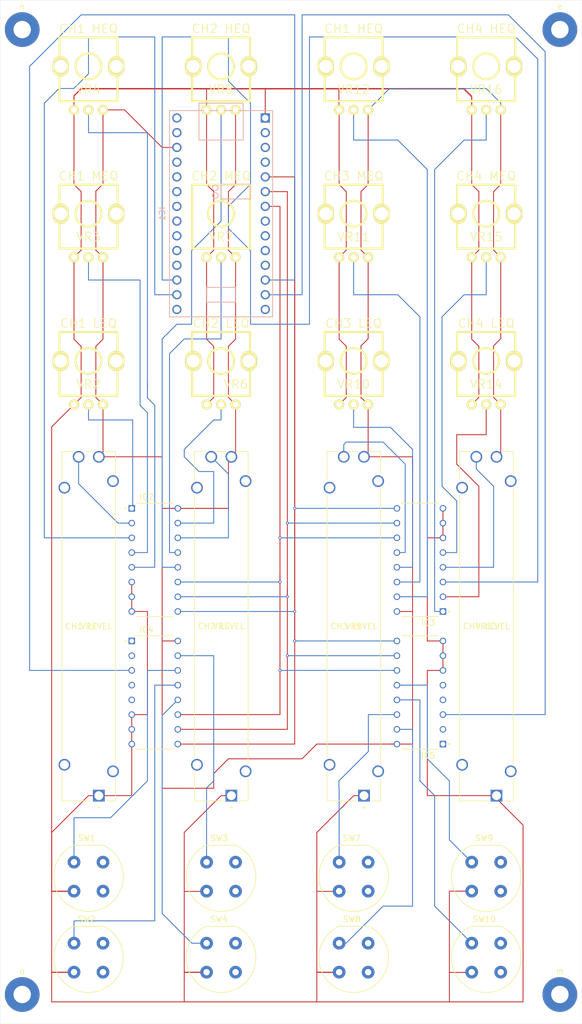
<source format=kicad_pcb>
(kicad_pcb (version 20171130) (host pcbnew "(5.1.10-1-10_14)")

  (general
    (thickness 1.6002)
    (drawings 4)
    (tracks 419)
    (zones 0)
    (modules 33)
    (nets 61)
  )

  (page USLetter)
  (title_block
    (rev 1)
  )

  (layers
    (0 Front signal)
    (31 Back signal)
    (34 B.Paste user)
    (35 F.Paste user)
    (36 B.SilkS user)
    (37 F.SilkS user)
    (38 B.Mask user)
    (39 F.Mask user)
    (44 Edge.Cuts user)
    (45 Margin user)
    (46 B.CrtYd user)
    (47 F.CrtYd user)
    (49 F.Fab user)
  )

  (setup
    (last_trace_width 0.1524)
    (user_trace_width 0.254)
    (user_trace_width 0.508)
    (user_trace_width 0.762)
    (trace_clearance 0.1524)
    (zone_clearance 0.508)
    (zone_45_only no)
    (trace_min 0.1524)
    (via_size 0.508)
    (via_drill 0.254)
    (via_min_size 0.508)
    (via_min_drill 0.254)
    (user_via 0.6858 0.3302)
    (user_via 0.889 0.381)
    (uvia_size 0.6858)
    (uvia_drill 0.1)
    (uvias_allowed no)
    (uvia_min_size 0)
    (uvia_min_drill 0)
    (edge_width 0.0381)
    (segment_width 0.254)
    (pcb_text_width 0.3048)
    (pcb_text_size 1.524 1.524)
    (mod_edge_width 0.127)
    (mod_text_size 0.762 0.762)
    (mod_text_width 0.127)
    (pad_size 1.6 1.6)
    (pad_drill 1.1)
    (pad_to_mask_clearance 0.0508)
    (aux_axis_origin 0 0)
    (visible_elements FEFFFEFF)
    (pcbplotparams
      (layerselection 0x010fc_ffffffff)
      (usegerberextensions false)
      (usegerberattributes false)
      (usegerberadvancedattributes false)
      (creategerberjobfile false)
      (excludeedgelayer true)
      (linewidth 0.152400)
      (plotframeref false)
      (viasonmask false)
      (mode 1)
      (useauxorigin false)
      (hpglpennumber 1)
      (hpglpenspeed 20)
      (hpglpendiameter 15.000000)
      (psnegative false)
      (psa4output false)
      (plotreference true)
      (plotvalue false)
      (plotinvisibletext false)
      (padsonsilk false)
      (subtractmaskfromsilk true)
      (outputformat 1)
      (mirror false)
      (drillshape 0)
      (scaleselection 1)
      (outputdirectory "./gerbers"))
  )

  (net 0 "")
  (net 1 "Net-(IC1-Pad2)")
  (net 2 "Net-(IC1-Pad3)")
  (net 3 "Net-(IC1-Pad4)")
  (net 4 "Net-(IC1-Pad5)")
  (net 5 "Net-(IC1-Pad6)")
  (net 6 "Net-(IC1-Pad7)")
  (net 7 "Net-(IC1-Pad8)")
  (net 8 "Net-(IC1-Pad9)")
  (net 9 "Net-(IC1-Pad10)")
  (net 10 "Net-(IC1-Pad11)")
  (net 11 "Net-(IC1-Pad12)")
  (net 12 "Net-(IC1-Pad13)")
  (net 13 "Net-(IC1-Pad33)")
  (net 14 "Net-(IC1-Pad32)")
  (net 15 "Net-(IC1-Pad30)")
  (net 16 "Net-(IC1-Pad29)")
  (net 17 "Net-(IC1-Pad28)")
  (net 18 "Net-(IC1-Pad27)")
  (net 19 "Net-(IC1-Pad26)")
  (net 20 "Net-(IC1-Pad25)")
  (net 21 "Net-(IC1-Pad24)")
  (net 22 "Net-(IC1-Pad23)")
  (net 23 "Net-(IC1-Pad22)")
  (net 24 "Net-(IC1-Pad21)")
  (net 25 "Net-(IC1-Pad14)")
  (net 26 "Net-(IC1-Pad20)")
  (net 27 "Net-(IC2-Pad15)")
  (net 28 "Net-(IC2-Pad14)")
  (net 29 "Net-(IC2-Pad13)")
  (net 30 "Net-(IC2-Pad12)")
  (net 31 "Net-(IC2-Pad5)")
  (net 32 "Net-(IC2-Pad4)")
  (net 33 "Net-(IC2-Pad2)")
  (net 34 "Net-(IC2-Pad1)")
  (net 35 "Net-(IC3-Pad15)")
  (net 36 "Net-(IC3-Pad14)")
  (net 37 "Net-(IC3-Pad13)")
  (net 38 "Net-(IC3-Pad12)")
  (net 39 "Net-(IC3-Pad5)")
  (net 40 "Net-(IC3-Pad4)")
  (net 41 "Net-(IC3-Pad2)")
  (net 42 "Net-(IC3-Pad1)")
  (net 43 "Net-(IC4-Pad15)")
  (net 44 "Net-(IC4-Pad14)")
  (net 45 "Net-(IC4-Pad13)")
  (net 46 "Net-(IC4-Pad12)")
  (net 47 "Net-(IC4-Pad5)")
  (net 48 "Net-(IC4-Pad4)")
  (net 49 "Net-(IC4-Pad2)")
  (net 50 "Net-(IC4-Pad1)")
  (net 51 "Net-(IC5-Pad15)")
  (net 52 "Net-(IC5-Pad14)")
  (net 53 "Net-(IC5-Pad13)")
  (net 54 "Net-(IC5-Pad12)")
  (net 55 "Net-(IC5-Pad5)")
  (net 56 "Net-(IC5-Pad4)")
  (net 57 "Net-(IC5-Pad2)")
  (net 58 "Net-(IC5-Pad1)")
  (net 59 Earth)
  (net 60 VCC)

  (net_class Default "This is the default net class."
    (clearance 0.1524)
    (trace_width 0.1524)
    (via_dia 0.508)
    (via_drill 0.254)
    (uvia_dia 0.6858)
    (uvia_drill 0.1)
    (diff_pair_width 0.1524)
    (diff_pair_gap 0.1524)
    (add_net Earth)
    (add_net "Net-(IC1-Pad10)")
    (add_net "Net-(IC1-Pad11)")
    (add_net "Net-(IC1-Pad12)")
    (add_net "Net-(IC1-Pad13)")
    (add_net "Net-(IC1-Pad14)")
    (add_net "Net-(IC1-Pad2)")
    (add_net "Net-(IC1-Pad20)")
    (add_net "Net-(IC1-Pad21)")
    (add_net "Net-(IC1-Pad22)")
    (add_net "Net-(IC1-Pad23)")
    (add_net "Net-(IC1-Pad24)")
    (add_net "Net-(IC1-Pad25)")
    (add_net "Net-(IC1-Pad26)")
    (add_net "Net-(IC1-Pad27)")
    (add_net "Net-(IC1-Pad28)")
    (add_net "Net-(IC1-Pad29)")
    (add_net "Net-(IC1-Pad3)")
    (add_net "Net-(IC1-Pad30)")
    (add_net "Net-(IC1-Pad32)")
    (add_net "Net-(IC1-Pad33)")
    (add_net "Net-(IC1-Pad4)")
    (add_net "Net-(IC1-Pad5)")
    (add_net "Net-(IC1-Pad6)")
    (add_net "Net-(IC1-Pad7)")
    (add_net "Net-(IC1-Pad8)")
    (add_net "Net-(IC1-Pad9)")
    (add_net "Net-(IC2-Pad1)")
    (add_net "Net-(IC2-Pad12)")
    (add_net "Net-(IC2-Pad13)")
    (add_net "Net-(IC2-Pad14)")
    (add_net "Net-(IC2-Pad15)")
    (add_net "Net-(IC2-Pad2)")
    (add_net "Net-(IC2-Pad4)")
    (add_net "Net-(IC2-Pad5)")
    (add_net "Net-(IC3-Pad1)")
    (add_net "Net-(IC3-Pad12)")
    (add_net "Net-(IC3-Pad13)")
    (add_net "Net-(IC3-Pad14)")
    (add_net "Net-(IC3-Pad15)")
    (add_net "Net-(IC3-Pad2)")
    (add_net "Net-(IC3-Pad4)")
    (add_net "Net-(IC3-Pad5)")
    (add_net "Net-(IC4-Pad1)")
    (add_net "Net-(IC4-Pad12)")
    (add_net "Net-(IC4-Pad13)")
    (add_net "Net-(IC4-Pad14)")
    (add_net "Net-(IC4-Pad15)")
    (add_net "Net-(IC4-Pad2)")
    (add_net "Net-(IC4-Pad4)")
    (add_net "Net-(IC4-Pad5)")
    (add_net "Net-(IC5-Pad1)")
    (add_net "Net-(IC5-Pad12)")
    (add_net "Net-(IC5-Pad13)")
    (add_net "Net-(IC5-Pad14)")
    (add_net "Net-(IC5-Pad15)")
    (add_net "Net-(IC5-Pad2)")
    (add_net "Net-(IC5-Pad4)")
    (add_net "Net-(IC5-Pad5)")
    (add_net VCC)
  )

  (module MountingHole:MountingHole_3mm_Pad (layer Front) (tedit 56D1B4CB) (tstamp 6190162D)
    (at 132.08 958.85)
    (descr "Mounting Hole 3mm")
    (tags "mounting hole 3mm")
    (attr virtual)
    (fp_text reference n (at 0 -4) (layer F.SilkS)
      (effects (font (size 1 1) (thickness 0.15)))
    )
    (fp_text value n (at 0 4) (layer F.Fab)
      (effects (font (size 1 1) (thickness 0.15)))
    )
    (fp_text user n (at 0.3 0) (layer F.Fab)
      (effects (font (size 1 1) (thickness 0.15)))
    )
    (fp_circle (center 0 0) (end 3 0) (layer Cmts.User) (width 0.15))
    (fp_circle (center 0 0) (end 3.25 0) (layer F.CrtYd) (width 0.05))
    (pad 1 thru_hole circle (at 0 0) (size 6 6) (drill 3) (layers *.Cu *.Mask))
  )

  (module MountingHole:MountingHole_3mm_Pad (layer Front) (tedit 56D1B4CB) (tstamp 619015F4)
    (at 224.79 958.85)
    (descr "Mounting Hole 3mm")
    (tags "mounting hole 3mm")
    (attr virtual)
    (fp_text reference e (at 0 -4) (layer F.SilkS)
      (effects (font (size 1 1) (thickness 0.15)))
    )
    (fp_text value e (at 0 4) (layer F.Fab)
      (effects (font (size 1 1) (thickness 0.15)))
    )
    (fp_text user %R (at 0.3 0) (layer F.Fab)
      (effects (font (size 1 1) (thickness 0.15)))
    )
    (fp_circle (center 0 0) (end 3 0) (layer Cmts.User) (width 0.15))
    (fp_circle (center 0 0) (end 3.25 0) (layer F.CrtYd) (width 0.05))
    (pad 1 thru_hole circle (at 0 0) (size 6 6) (drill 3) (layers *.Cu *.Mask))
  )

  (module MountingHole:MountingHole_3mm_Pad (layer Front) (tedit 56D1B4CB) (tstamp 619015BB)
    (at 132.08 1125.22)
    (descr "Mounting Hole 3mm")
    (tags "mounting hole 3mm")
    (attr virtual)
    (fp_text reference o (at 0 -4) (layer F.SilkS)
      (effects (font (size 1 1) (thickness 0.15)))
    )
    (fp_text value o (at 0 4) (layer F.Fab)
      (effects (font (size 1 1) (thickness 0.15)))
    )
    (fp_text user o (at 0.3 0) (layer F.Fab)
      (effects (font (size 1 1) (thickness 0.15)))
    )
    (fp_circle (center 0 0) (end 3 0) (layer Cmts.User) (width 0.15))
    (fp_circle (center 0 0) (end 3.25 0) (layer F.CrtYd) (width 0.05))
    (pad 1 thru_hole circle (at 0 0) (size 6 6) (drill 3) (layers *.Cu *.Mask))
  )

  (module MountingHole:MountingHole_3mm_Pad (layer Front) (tedit 56D1B4CB) (tstamp 61901582)
    (at 224.79 1125.22)
    (descr "Mounting Hole 3mm")
    (tags "mounting hole 3mm")
    (attr virtual)
    (fp_text reference m (at 0 -4) (layer F.SilkS)
      (effects (font (size 1 1) (thickness 0.15)))
    )
    (fp_text value m (at 0 4) (layer F.Fab)
      (effects (font (size 1 1) (thickness 0.15)))
    )
    (fp_text user m (at 0.3 0) (layer F.Fab)
      (effects (font (size 1 1) (thickness 0.15)))
    )
    (fp_circle (center 0 0) (end 3 0) (layer Cmts.User) (width 0.15))
    (fp_circle (center 0 0) (end 3.25 0) (layer F.CrtYd) (width 0.05))
    (pad 1 thru_hole circle (at 0 0) (size 6 6) (drill 3) (layers *.Cu *.Mask))
  )

  (module "alpha RD901F:RD901F-ALPHA-POT" (layer Front) (tedit 618DBECE) (tstamp 6181B572)
    (at 189.23 990.6)
    (path /618426B4)
    (fp_text reference VR11 (at 0 4) (layer F.SilkS)
      (effects (font (size 1.5 1.5) (thickness 0.15)))
    )
    (fp_text value "CH3 MEQ" (at 0 -6.5) (layer F.SilkS)
      (effects (font (size 1.5 1.5) (thickness 0.15)))
    )
    (fp_line (start -5 6) (end -5 0) (layer F.SilkS) (width 0.381))
    (fp_line (start 5 6) (end -5 6) (layer F.SilkS) (width 0.381))
    (fp_line (start 5 -5) (end 5 6) (layer F.SilkS) (width 0.381))
    (fp_line (start -5 -5) (end 5 -5) (layer F.SilkS) (width 0.381))
    (fp_line (start -5 0) (end -5 -5) (layer F.SilkS) (width 0.381))
    (fp_circle (center 0 0) (end 1 2) (layer F.SilkS) (width 0.381))
    (pad 3 thru_hole circle (at -2.5 7.5) (size 1.75 1.75) (drill 1) (layers *.Cu *.Mask F.SilkS)
      (net 59 Earth))
    (pad 2 thru_hole circle (at 0 7.5) (size 1.75 1.75) (drill 1) (layers *.Cu *.Mask F.SilkS)
      (net 36 "Net-(IC3-Pad14)"))
    (pad 1 thru_hole circle (at 2.5 7.5) (size 1.75 1.75) (drill 1) (layers *.Cu *.Mask F.SilkS)
      (net 60 VCC))
    (pad "" thru_hole oval (at -4.8 0) (size 2.8 3.5) (drill 2.2) (layers *.Cu *.Mask F.SilkS))
    (pad "" thru_hole oval (at 4.8 0) (size 2.8 3.5) (drill 2.2) (layers *.Cu *.Mask F.SilkS))
    (model "E:/Documents/KiCad/MyLibs/MyModules/3D models/VRML2/ALPHA-9MM-RV09AF-40.wrl"
      (at (xyz 0 0 0))
      (scale (xyz 0.3937 0.3937 0.3937))
      (rotate (xyz 0 180 0))
    )
  )

  (module "alpha RD901F:RD901F-ALPHA-POT_MB_overteensy" (layer Front) (tedit 618DBEE5) (tstamp 6181B512)
    (at 166.37 990.6)
    (path /617E56AB)
    (fp_text reference VR7 (at 0 4) (layer F.SilkS)
      (effects (font (size 1.5 1.5) (thickness 0.15)))
    )
    (fp_text value "CH2 MEQ" (at 0 -6.5) (layer F.SilkS)
      (effects (font (size 1.5 1.5) (thickness 0.15)))
    )
    (fp_circle (center 0 0) (end 1 2) (layer F.SilkS) (width 0.381))
    (fp_line (start -5 0) (end -5 -5) (layer F.SilkS) (width 0.381))
    (fp_line (start -5 -5) (end 5 -5) (layer F.SilkS) (width 0.381))
    (fp_line (start 5 -5) (end 5 6) (layer F.SilkS) (width 0.381))
    (fp_line (start 5 6) (end -5 6) (layer F.SilkS) (width 0.381))
    (fp_line (start -5 6) (end -5 0) (layer F.SilkS) (width 0.381))
    (pad 1 thru_hole circle (at 2.5 7.5) (size 1.75 1.75) (drill 1) (layers *.Cu *.Mask F.SilkS)
      (net 60 VCC))
    (pad 2 thru_hole circle (at 0 7.5) (size 1.75 1.75) (drill 1) (layers *.Cu *.Mask F.SilkS)
      (net 29 "Net-(IC2-Pad13)"))
    (pad 3 thru_hole circle (at -2.5 7.5) (size 1.75 1.75) (drill 1) (layers *.Cu *.Mask F.SilkS)
      (net 59 Earth))
    (model "E:/Documents/KiCad/MyLibs/MyModules/3D models/VRML2/ALPHA-9MM-RV09AF-40.wrl"
      (at (xyz 0 0 0))
      (scale (xyz 0.3937 0.3937 0.3937))
      (rotate (xyz 0 180 0))
    )
  )

  (module "alpha RD901F:RD901F-ALPHA-POT" (layer Front) (tedit 618DBECE) (tstamp 6181B521)
    (at 166.37 965.2)
    (path /617E56B1)
    (fp_text reference VR8 (at 0 4) (layer F.SilkS)
      (effects (font (size 1.5 1.5) (thickness 0.15)))
    )
    (fp_text value "CH2 HEQ" (at 0 -6.5) (layer F.SilkS)
      (effects (font (size 1.5 1.5) (thickness 0.15)))
    )
    (fp_circle (center 0 0) (end 1 2) (layer F.SilkS) (width 0.381))
    (fp_line (start -5 0) (end -5 -5) (layer F.SilkS) (width 0.381))
    (fp_line (start -5 -5) (end 5 -5) (layer F.SilkS) (width 0.381))
    (fp_line (start 5 -5) (end 5 6) (layer F.SilkS) (width 0.381))
    (fp_line (start 5 6) (end -5 6) (layer F.SilkS) (width 0.381))
    (fp_line (start -5 6) (end -5 0) (layer F.SilkS) (width 0.381))
    (pad 3 thru_hole circle (at -2.5 7.5) (size 1.75 1.75) (drill 1) (layers *.Cu *.Mask F.SilkS)
      (net 59 Earth))
    (pad 2 thru_hole circle (at 0 7.5) (size 1.75 1.75) (drill 1) (layers *.Cu *.Mask F.SilkS)
      (net 30 "Net-(IC2-Pad12)"))
    (pad 1 thru_hole circle (at 2.5 7.5) (size 1.75 1.75) (drill 1) (layers *.Cu *.Mask F.SilkS)
      (net 60 VCC))
    (pad "" thru_hole oval (at -4.8 0) (size 2.8 3.5) (drill 2.2) (layers *.Cu *.Mask F.SilkS))
    (pad "" thru_hole oval (at 4.8 0) (size 2.8 3.5) (drill 2.2) (layers *.Cu *.Mask F.SilkS))
    (model "E:/Documents/KiCad/MyLibs/MyModules/3D models/VRML2/ALPHA-9MM-RV09AF-40.wrl"
      (at (xyz 0 0 0))
      (scale (xyz 0.3937 0.3937 0.3937))
      (rotate (xyz 0 180 0))
    )
  )

  (module D6R90_F1_LFS:SW_D6R90_F1_LFS (layer Front) (tedit 618177DC) (tstamp 618AA4EE)
    (at 212.09 1104.9)
    (path /619CB58B)
    (fp_text reference SW9 (at -0.325 -6.635) (layer F.SilkS)
      (effects (font (size 1 1) (thickness 0.15)))
    )
    (fp_text value SW_SPST (at 6.025 7.135) (layer F.Fab)
      (effects (font (size 1 1) (thickness 0.15)))
    )
    (fp_line (start -2.615 -5.4) (end 2.615 -5.4) (layer F.SilkS) (width 0.127))
    (fp_circle (center 0 0) (end 4.5 0) (layer F.Fab) (width 0.127))
    (fp_line (start -2.615 -5.4) (end 2.615 -5.4) (layer F.Fab) (width 0.127))
    (fp_line (start -2.672 -5.65) (end 2.672 -5.65) (layer F.CrtYd) (width 0.05))
    (fp_arc (start 0.00162 -0.000989) (end 6.25 0) (angle -64.7082) (layer F.CrtYd) (width 0.05))
    (fp_arc (start 0.0003 0.000227) (end -2.672 -5.65) (angle -64.6859) (layer F.CrtYd) (width 0.05))
    (fp_arc (start 0 0) (end 6.25 0) (angle 180) (layer F.CrtYd) (width 0.05))
    (fp_arc (start 0.000693 0.000599) (end -2.615 -5.4) (angle -64.1518) (layer F.Fab) (width 0.127))
    (fp_arc (start -0.003218 0.002181) (end 2.615 -5.4) (angle 64.1216) (layer F.Fab) (width 0.127))
    (fp_arc (start 0 0) (end 6 0) (angle 180) (layer F.Fab) (width 0.127))
    (fp_arc (start 0.000693 0.000599) (end -2.615 -5.4) (angle -64.1518) (layer F.SilkS) (width 0.127))
    (fp_arc (start -0.003218 0.002181) (end 2.615 -5.4) (angle 64.1216) (layer F.SilkS) (width 0.127))
    (fp_arc (start 0 0) (end 6 0) (angle 180) (layer F.SilkS) (width 0.127))
    (pad 4 thru_hole circle (at 2.5 -2.5) (size 2.2 2.2) (drill 1.1) (layers *.Cu *.Mask))
    (pad 3 thru_hole circle (at 2.5 2.5) (size 2.2 2.2) (drill 1.1) (layers *.Cu *.Mask))
    (pad 2 thru_hole circle (at -2.5 2.5) (size 2.2 2.2) (drill 1.1) (layers *.Cu *.Mask)
      (net 59 Earth))
    (pad 1 thru_hole circle (at -2.5 -2.5) (size 2.2 2.2) (drill 1.1) (layers *.Cu *.Mask)
      (net 54 "Net-(IC5-Pad12)"))
  )

  (module D6R90_F1_LFS:SW_D6R90_F1_LFS (layer Front) (tedit 618177DC) (tstamp 618A8F80)
    (at 143.51 1104.9)
    (path /618A90E0)
    (fp_text reference SW1 (at -0.325 -6.635) (layer F.SilkS)
      (effects (font (size 1 1) (thickness 0.15)))
    )
    (fp_text value SW_SPST (at 6.025 7.135) (layer F.Fab)
      (effects (font (size 1 1) (thickness 0.15)))
    )
    (fp_line (start -2.615 -5.4) (end 2.615 -5.4) (layer F.SilkS) (width 0.127))
    (fp_circle (center 0 0) (end 4.5 0) (layer F.Fab) (width 0.127))
    (fp_line (start -2.615 -5.4) (end 2.615 -5.4) (layer F.Fab) (width 0.127))
    (fp_line (start -2.672 -5.65) (end 2.672 -5.65) (layer F.CrtYd) (width 0.05))
    (fp_arc (start 0.00162 -0.000989) (end 6.25 0) (angle -64.7082) (layer F.CrtYd) (width 0.05))
    (fp_arc (start 0.0003 0.000227) (end -2.672 -5.65) (angle -64.6859) (layer F.CrtYd) (width 0.05))
    (fp_arc (start 0 0) (end 6.25 0) (angle 180) (layer F.CrtYd) (width 0.05))
    (fp_arc (start 0.000693 0.000599) (end -2.615 -5.4) (angle -64.1518) (layer F.Fab) (width 0.127))
    (fp_arc (start -0.003218 0.002181) (end 2.615 -5.4) (angle 64.1216) (layer F.Fab) (width 0.127))
    (fp_arc (start 0 0) (end 6 0) (angle 180) (layer F.Fab) (width 0.127))
    (fp_arc (start 0.000693 0.000599) (end -2.615 -5.4) (angle -64.1518) (layer F.SilkS) (width 0.127))
    (fp_arc (start -0.003218 0.002181) (end 2.615 -5.4) (angle 64.1216) (layer F.SilkS) (width 0.127))
    (fp_arc (start 0 0) (end 6 0) (angle 180) (layer F.SilkS) (width 0.127))
    (pad 4 thru_hole circle (at 2.5 -2.5) (size 2.2 2.2) (drill 1.1) (layers *.Cu *.Mask))
    (pad 3 thru_hole circle (at 2.5 2.5) (size 2.2 2.2) (drill 1.1) (layers *.Cu *.Mask))
    (pad 2 thru_hole circle (at -2.5 2.5) (size 2.2 2.2) (drill 1.1) (layers *.Cu *.Mask)
      (net 59 Earth))
    (pad 1 thru_hole circle (at -2.5 -2.5) (size 2.2 2.2) (drill 1.1) (layers *.Cu *.Mask)
      (net 44 "Net-(IC4-Pad14)"))
  )

  (module D6R90_F1_LFS:SW_D6R90_F1_LFS (layer Front) (tedit 618177DC) (tstamp 618AA503)
    (at 212.09 1118.87)
    (path /619CB593)
    (fp_text reference SW10 (at -0.325 -6.635) (layer F.SilkS)
      (effects (font (size 1 1) (thickness 0.15)))
    )
    (fp_text value SW_SPST (at 6.025 7.135) (layer F.Fab)
      (effects (font (size 1 1) (thickness 0.15)))
    )
    (fp_line (start -2.615 -5.4) (end 2.615 -5.4) (layer F.SilkS) (width 0.127))
    (fp_circle (center 0 0) (end 4.5 0) (layer F.Fab) (width 0.127))
    (fp_line (start -2.615 -5.4) (end 2.615 -5.4) (layer F.Fab) (width 0.127))
    (fp_line (start -2.672 -5.65) (end 2.672 -5.65) (layer F.CrtYd) (width 0.05))
    (fp_arc (start 0.00162 -0.000989) (end 6.25 0) (angle -64.7082) (layer F.CrtYd) (width 0.05))
    (fp_arc (start 0.0003 0.000227) (end -2.672 -5.65) (angle -64.6859) (layer F.CrtYd) (width 0.05))
    (fp_arc (start 0 0) (end 6.25 0) (angle 180) (layer F.CrtYd) (width 0.05))
    (fp_arc (start 0.000693 0.000599) (end -2.615 -5.4) (angle -64.1518) (layer F.Fab) (width 0.127))
    (fp_arc (start -0.003218 0.002181) (end 2.615 -5.4) (angle 64.1216) (layer F.Fab) (width 0.127))
    (fp_arc (start 0 0) (end 6 0) (angle 180) (layer F.Fab) (width 0.127))
    (fp_arc (start 0.000693 0.000599) (end -2.615 -5.4) (angle -64.1518) (layer F.SilkS) (width 0.127))
    (fp_arc (start -0.003218 0.002181) (end 2.615 -5.4) (angle 64.1216) (layer F.SilkS) (width 0.127))
    (fp_arc (start 0 0) (end 6 0) (angle 180) (layer F.SilkS) (width 0.127))
    (pad 4 thru_hole circle (at 2.5 -2.5) (size 2.2 2.2) (drill 1.1) (layers *.Cu *.Mask))
    (pad 3 thru_hole circle (at 2.5 2.5) (size 2.2 2.2) (drill 1.1) (layers *.Cu *.Mask))
    (pad 2 thru_hole circle (at -2.5 2.5) (size 2.2 2.2) (drill 1.1) (layers *.Cu *.Mask)
      (net 59 Earth))
    (pad 1 thru_hole circle (at -2.5 -2.5) (size 2.2 2.2) (drill 1.1) (layers *.Cu *.Mask)
      (net 53 "Net-(IC5-Pad13)"))
  )

  (module teensy:Teensy30_31_32_Some_Pins_MB (layer Back) (tedit 618DE459) (tstamp 6181B2E5)
    (at 166.37 990.6 270)
    (descr "Teensy 3.0/3.1/3.2 All Pins")
    (path /617B0D36)
    (fp_text reference IC1 (at 0 10.16 90) (layer B.SilkS)
      (effects (font (size 1 1) (thickness 0.15)) (justify mirror))
    )
    (fp_text value Teensy3.2 (at 0 -10.16 90) (layer B.Fab)
      (effects (font (size 1 1) (thickness 0.15)) (justify mirror))
    )
    (fp_line (start -17.78 -8.89) (end -17.78 8.89) (layer B.SilkS) (width 0.15))
    (fp_line (start 17.78 -8.89) (end -17.78 -8.89) (layer B.SilkS) (width 0.15))
    (fp_line (start 17.78 8.89) (end 17.78 -8.89) (layer B.SilkS) (width 0.15))
    (fp_line (start -17.78 8.89) (end 17.78 8.89) (layer B.SilkS) (width 0.15))
    (fp_line (start 12.7 2.54) (end 15.24 2.54) (layer B.SilkS) (width 0.15))
    (fp_line (start 12.7 -2.54) (end 12.7 2.54) (layer B.SilkS) (width 0.15))
    (fp_line (start 15.24 -2.54) (end 12.7 -2.54) (layer B.SilkS) (width 0.15))
    (fp_line (start 15.24 2.54) (end 15.24 -2.54) (layer B.SilkS) (width 0.15))
    (fp_line (start -12.7 -3.81) (end -17.78 -3.81) (layer B.SilkS) (width 0.15))
    (fp_line (start -12.7 3.81) (end -17.78 3.81) (layer B.SilkS) (width 0.15))
    (fp_line (start -12.7 -3.81) (end -12.7 3.81) (layer B.SilkS) (width 0.15))
    (fp_line (start -19.05 3.81) (end -17.78 3.81) (layer B.SilkS) (width 0.15))
    (fp_line (start -19.05 -3.81) (end -19.05 3.81) (layer B.SilkS) (width 0.15))
    (fp_line (start -17.78 -3.81) (end -19.05 -3.81) (layer B.SilkS) (width 0.15))
    (fp_circle (center -4.47 0.99) (end -3.97 0.99) (layer B.SilkS) (width 0.15))
    (fp_circle (center -3.15 0.99) (end -2.65 0.99) (layer B.SilkS) (width 0.15))
    (fp_line (start -2.54 0) (end -2.54 -5.08) (layer B.SilkS) (width 0.15))
    (fp_line (start -2.54 -5.08) (end -5.08 -5.08) (layer B.SilkS) (width 0.15))
    (fp_line (start -5.08 -5.08) (end -5.08 0) (layer B.SilkS) (width 0.15))
    (fp_line (start -5.08 0) (end -2.54 0) (layer B.SilkS) (width 0.15))
    (pad 20 thru_hole circle (at 16.51 7.62 270) (size 1.6 1.6) (drill 1.1) (layers *.Cu *.Mask)
      (net 26 "Net-(IC1-Pad20)"))
    (pad 14 thru_hole circle (at 16.51 -7.62 270) (size 1.6 1.6) (drill 1.1) (layers *.Cu *.Mask)
      (net 25 "Net-(IC1-Pad14)"))
    (pad 21 thru_hole circle (at 13.97 7.62 270) (size 1.6 1.6) (drill 1.1) (layers *.Cu *.Mask)
      (net 24 "Net-(IC1-Pad21)"))
    (pad 22 thru_hole circle (at 11.43 7.62 270) (size 1.6 1.6) (drill 1.1) (layers *.Cu *.Mask)
      (net 23 "Net-(IC1-Pad22)"))
    (pad 23 thru_hole circle (at 8.89 7.62 270) (size 1.6 1.6) (drill 1.1) (layers *.Cu *.Mask)
      (net 22 "Net-(IC1-Pad23)"))
    (pad 24 thru_hole circle (at 6.35 7.62 270) (size 1.6 1.6) (drill 1.1) (layers *.Cu *.Mask)
      (net 21 "Net-(IC1-Pad24)"))
    (pad 25 thru_hole circle (at 3.81 7.62 270) (size 1.6 1.6) (drill 1.1) (layers *.Cu *.Mask)
      (net 20 "Net-(IC1-Pad25)"))
    (pad 26 thru_hole circle (at 1.27 7.62 270) (size 1.6 1.6) (drill 1.1) (layers *.Cu *.Mask)
      (net 19 "Net-(IC1-Pad26)"))
    (pad 27 thru_hole circle (at -1.27 7.62 270) (size 1.6 1.6) (drill 1.1) (layers *.Cu *.Mask)
      (net 18 "Net-(IC1-Pad27)"))
    (pad 28 thru_hole circle (at -3.81 7.62 270) (size 1.6 1.6) (drill 1.1) (layers *.Cu *.Mask)
      (net 17 "Net-(IC1-Pad28)"))
    (pad 29 thru_hole circle (at -6.35 7.62 270) (size 1.6 1.6) (drill 1.1) (layers *.Cu *.Mask)
      (net 16 "Net-(IC1-Pad29)"))
    (pad 30 thru_hole circle (at -8.89 7.62 270) (size 1.6 1.6) (drill 1.1) (layers *.Cu *.Mask)
      (net 15 "Net-(IC1-Pad30)"))
    (pad 31 thru_hole circle (at -11.43 7.62 270) (size 1.6 1.6) (drill 1.1) (layers *.Cu *.Mask)
      (net 60 VCC))
    (pad 32 thru_hole circle (at -13.97 7.62 270) (size 1.6 1.6) (drill 1.1) (layers *.Cu *.Mask)
      (net 14 "Net-(IC1-Pad32)"))
    (pad 33 thru_hole circle (at -16.51 7.62 270) (size 1.6 1.6) (drill 1.1) (layers *.Cu *.Mask)
      (net 13 "Net-(IC1-Pad33)"))
    (pad 13 thru_hole circle (at 13.97 -7.62 270) (size 1.6 1.6) (drill 1.1) (layers *.Cu *.Mask)
      (net 12 "Net-(IC1-Pad13)"))
    (pad 12 thru_hole circle (at 11.43 -7.62 270) (size 1.6 1.6) (drill 1.1) (layers *.Cu *.Mask)
      (net 11 "Net-(IC1-Pad12)"))
    (pad 11 thru_hole circle (at 8.89 -7.62 270) (size 1.6 1.6) (drill 1.1) (layers *.Cu *.Mask)
      (net 10 "Net-(IC1-Pad11)"))
    (pad 10 thru_hole circle (at 6.35 -7.62 270) (size 1.6 1.6) (drill 1.1) (layers *.Cu *.Mask)
      (net 9 "Net-(IC1-Pad10)"))
    (pad 9 thru_hole circle (at 3.81 -7.62 270) (size 1.6 1.6) (drill 1.1) (layers *.Cu *.Mask)
      (net 8 "Net-(IC1-Pad9)"))
    (pad 8 thru_hole circle (at 1.27 -7.62 270) (size 1.6 1.6) (drill 1.1) (layers *.Cu *.Mask)
      (net 7 "Net-(IC1-Pad8)"))
    (pad 7 thru_hole circle (at -1.27 -7.62 270) (size 1.6 1.6) (drill 1.1) (layers *.Cu *.Mask)
      (net 6 "Net-(IC1-Pad7)"))
    (pad 6 thru_hole circle (at -3.81 -7.62 270) (size 1.6 1.6) (drill 1.1) (layers *.Cu *.Mask)
      (net 5 "Net-(IC1-Pad6)"))
    (pad 5 thru_hole circle (at -6.35 -7.62 270) (size 1.6 1.6) (drill 1.1) (layers *.Cu *.Mask)
      (net 4 "Net-(IC1-Pad5)"))
    (pad 4 thru_hole circle (at -8.89 -7.62 270) (size 1.6 1.6) (drill 1.1) (layers *.Cu *.Mask)
      (net 3 "Net-(IC1-Pad4)"))
    (pad 3 thru_hole circle (at -11.43 -7.62 270) (size 1.6 1.6) (drill 1.1) (layers *.Cu *.Mask)
      (net 2 "Net-(IC1-Pad3)"))
    (pad 2 thru_hole circle (at -13.97 -7.62 270) (size 1.6 1.6) (drill 1.1) (layers *.Cu *.Mask)
      (net 1 "Net-(IC1-Pad2)"))
    (pad 1 thru_hole rect (at -16.51 -7.62 270) (size 1.6 1.6) (drill 1.1) (layers *.Cu *.Mask)
      (net 59 Earth))
  )

  (module D6R90_F1_LFS:SW_D6R90_F1_LFS (layer Front) (tedit 618177DC) (tstamp 618A9124)
    (at 166.37 1104.9)
    (path /618DCE73)
    (fp_text reference SW3 (at -0.325 -6.635) (layer F.SilkS)
      (effects (font (size 1 1) (thickness 0.15)))
    )
    (fp_text value SW_SPST (at 6.025 7.135) (layer F.Fab)
      (effects (font (size 1 1) (thickness 0.15)))
    )
    (fp_line (start -2.615 -5.4) (end 2.615 -5.4) (layer F.SilkS) (width 0.127))
    (fp_circle (center 0 0) (end 4.5 0) (layer F.Fab) (width 0.127))
    (fp_line (start -2.615 -5.4) (end 2.615 -5.4) (layer F.Fab) (width 0.127))
    (fp_line (start -2.672 -5.65) (end 2.672 -5.65) (layer F.CrtYd) (width 0.05))
    (fp_arc (start 0.00162 -0.000989) (end 6.25 0) (angle -64.7082) (layer F.CrtYd) (width 0.05))
    (fp_arc (start 0.0003 0.000227) (end -2.672 -5.65) (angle -64.6859) (layer F.CrtYd) (width 0.05))
    (fp_arc (start 0 0) (end 6.25 0) (angle 180) (layer F.CrtYd) (width 0.05))
    (fp_arc (start 0.000693 0.000599) (end -2.615 -5.4) (angle -64.1518) (layer F.Fab) (width 0.127))
    (fp_arc (start -0.003218 0.002181) (end 2.615 -5.4) (angle 64.1216) (layer F.Fab) (width 0.127))
    (fp_arc (start 0 0) (end 6 0) (angle 180) (layer F.Fab) (width 0.127))
    (fp_arc (start 0.000693 0.000599) (end -2.615 -5.4) (angle -64.1518) (layer F.SilkS) (width 0.127))
    (fp_arc (start -0.003218 0.002181) (end 2.615 -5.4) (angle 64.1216) (layer F.SilkS) (width 0.127))
    (fp_arc (start 0 0) (end 6 0) (angle 180) (layer F.SilkS) (width 0.127))
    (pad 4 thru_hole circle (at 2.5 -2.5) (size 2.2 2.2) (drill 1.1) (layers *.Cu *.Mask))
    (pad 3 thru_hole circle (at 2.5 2.5) (size 2.2 2.2) (drill 1.1) (layers *.Cu *.Mask))
    (pad 2 thru_hole circle (at -2.5 2.5) (size 2.2 2.2) (drill 1.1) (layers *.Cu *.Mask)
      (net 59 Earth))
    (pad 1 thru_hole circle (at -2.5 -2.5) (size 2.2 2.2) (drill 1.1) (layers *.Cu *.Mask)
      (net 43 "Net-(IC4-Pad15)"))
  )

  (module "alpha RD901F:RD901F-ALPHA-POT" (layer Front) (tedit 618DBECE) (tstamp 6181B5E1)
    (at 212.09 965.2)
    (path /6184266C)
    (fp_text reference VR16 (at 0 4) (layer F.SilkS)
      (effects (font (size 1.5 1.5) (thickness 0.15)))
    )
    (fp_text value "CH4 HEQ" (at 0 -6.5) (layer F.SilkS)
      (effects (font (size 1.5 1.5) (thickness 0.15)))
    )
    (fp_line (start -5 6) (end -5 0) (layer F.SilkS) (width 0.381))
    (fp_line (start 5 6) (end -5 6) (layer F.SilkS) (width 0.381))
    (fp_line (start 5 -5) (end 5 6) (layer F.SilkS) (width 0.381))
    (fp_line (start -5 -5) (end 5 -5) (layer F.SilkS) (width 0.381))
    (fp_line (start -5 0) (end -5 -5) (layer F.SilkS) (width 0.381))
    (fp_circle (center 0 0) (end 1 2) (layer F.SilkS) (width 0.381))
    (pad 3 thru_hole circle (at -2.5 7.5) (size 1.75 1.75) (drill 1) (layers *.Cu *.Mask F.SilkS)
      (net 59 Earth))
    (pad 2 thru_hole circle (at 0 7.5) (size 1.75 1.75) (drill 1) (layers *.Cu *.Mask F.SilkS)
      (net 42 "Net-(IC3-Pad1)"))
    (pad 1 thru_hole circle (at 2.5 7.5) (size 1.75 1.75) (drill 1) (layers *.Cu *.Mask F.SilkS)
      (net 60 VCC))
    (pad "" thru_hole oval (at -4.8 0) (size 2.8 3.5) (drill 2.2) (layers *.Cu *.Mask F.SilkS))
    (pad "" thru_hole oval (at 4.8 0) (size 2.8 3.5) (drill 2.2) (layers *.Cu *.Mask F.SilkS))
    (model "E:/Documents/KiCad/MyLibs/MyModules/3D models/VRML2/ALPHA-9MM-RV09AF-40.wrl"
      (at (xyz 0 0 0))
      (scale (xyz 0.3937 0.3937 0.3937))
      (rotate (xyz 0 180 0))
    )
  )

  (module "alpha RD901F:RD901F-ALPHA-POT" (layer Front) (tedit 618DBECE) (tstamp 6181B5D2)
    (at 212.09 990.6)
    (path /61842666)
    (fp_text reference VR15 (at 0 4) (layer F.SilkS)
      (effects (font (size 1.5 1.5) (thickness 0.15)))
    )
    (fp_text value "CH4 MEQ" (at 0 -6.5) (layer F.SilkS)
      (effects (font (size 1.5 1.5) (thickness 0.15)))
    )
    (fp_line (start -5 6) (end -5 0) (layer F.SilkS) (width 0.381))
    (fp_line (start 5 6) (end -5 6) (layer F.SilkS) (width 0.381))
    (fp_line (start 5 -5) (end 5 6) (layer F.SilkS) (width 0.381))
    (fp_line (start -5 -5) (end 5 -5) (layer F.SilkS) (width 0.381))
    (fp_line (start -5 0) (end -5 -5) (layer F.SilkS) (width 0.381))
    (fp_circle (center 0 0) (end 1 2) (layer F.SilkS) (width 0.381))
    (pad 3 thru_hole circle (at -2.5 7.5) (size 1.75 1.75) (drill 1) (layers *.Cu *.Mask F.SilkS)
      (net 59 Earth))
    (pad 2 thru_hole circle (at 0 7.5) (size 1.75 1.75) (drill 1) (layers *.Cu *.Mask F.SilkS)
      (net 39 "Net-(IC3-Pad5)"))
    (pad 1 thru_hole circle (at 2.5 7.5) (size 1.75 1.75) (drill 1) (layers *.Cu *.Mask F.SilkS)
      (net 60 VCC))
    (pad "" thru_hole oval (at -4.8 0) (size 2.8 3.5) (drill 2.2) (layers *.Cu *.Mask F.SilkS))
    (pad "" thru_hole oval (at 4.8 0) (size 2.8 3.5) (drill 2.2) (layers *.Cu *.Mask F.SilkS))
    (model "E:/Documents/KiCad/MyLibs/MyModules/3D models/VRML2/ALPHA-9MM-RV09AF-40.wrl"
      (at (xyz 0 0 0))
      (scale (xyz 0.3937 0.3937 0.3937))
      (rotate (xyz 0 180 0))
    )
  )

  (module "alpha RD901F:RD901F-ALPHA-POT" (layer Front) (tedit 618DBECE) (tstamp 6181B5C3)
    (at 212.09 1016)
    (path /61842660)
    (fp_text reference VR14 (at 0 4) (layer F.SilkS)
      (effects (font (size 1.5 1.5) (thickness 0.15)))
    )
    (fp_text value "CH4 LEQ" (at 0 -6.5) (layer F.SilkS)
      (effects (font (size 1.5 1.5) (thickness 0.15)))
    )
    (fp_line (start -5 6) (end -5 0) (layer F.SilkS) (width 0.381))
    (fp_line (start 5 6) (end -5 6) (layer F.SilkS) (width 0.381))
    (fp_line (start 5 -5) (end 5 6) (layer F.SilkS) (width 0.381))
    (fp_line (start -5 -5) (end 5 -5) (layer F.SilkS) (width 0.381))
    (fp_line (start -5 0) (end -5 -5) (layer F.SilkS) (width 0.381))
    (fp_circle (center 0 0) (end 1 2) (layer F.SilkS) (width 0.381))
    (pad 3 thru_hole circle (at -2.5 7.5) (size 1.75 1.75) (drill 1) (layers *.Cu *.Mask F.SilkS)
      (net 59 Earth))
    (pad 2 thru_hole circle (at 0 7.5) (size 1.75 1.75) (drill 1) (layers *.Cu *.Mask F.SilkS)
      (net 41 "Net-(IC3-Pad2)"))
    (pad 1 thru_hole circle (at 2.5 7.5) (size 1.75 1.75) (drill 1) (layers *.Cu *.Mask F.SilkS)
      (net 60 VCC))
    (pad "" thru_hole oval (at -4.8 0) (size 2.8 3.5) (drill 2.2) (layers *.Cu *.Mask F.SilkS))
    (pad "" thru_hole oval (at 4.8 0) (size 2.8 3.5) (drill 2.2) (layers *.Cu *.Mask F.SilkS))
    (model "E:/Documents/KiCad/MyLibs/MyModules/3D models/VRML2/ALPHA-9MM-RV09AF-40.wrl"
      (at (xyz 0 0 0))
      (scale (xyz 0.3937 0.3937 0.3937))
      (rotate (xyz 0 180 0))
    )
  )

  (module ul_PTA4543-2015DPA103:PTA4543-2015DPA103 (layer Front) (tedit 618DB424) (tstamp 6181B5B4)
    (at 213.868 1090.93 180)
    (path /6184265A)
    (fp_text reference VR13 (at 1.7399 29.21) (layer F.SilkS)
      (effects (font (size 1 1) (thickness 0.15)))
    )
    (fp_text value "CH4 LEVEL" (at 1.7399 29.21) (layer F.SilkS)
      (effects (font (size 1 1) (thickness 0.15)))
    )
    (fp_circle (center 0 -2.0574) (end 0.127 -2.0574) (layer F.SilkS) (width 0.12))
    (fp_circle (center 0 -0.4064) (end 0.127 -0.4064) (layer F.Fab) (width 0.1))
    (fp_line (start 3.0099 49.1998) (end 0.4699 49.1998) (layer F.Fab) (width 0.1))
    (fp_line (start 3.0099 9.1948) (end 3.0099 49.1998) (layer F.Fab) (width 0.1))
    (fp_line (start 0.4699 9.1948) (end 3.0099 9.1948) (layer F.Fab) (width 0.1))
    (fp_line (start 0.4699 49.1998) (end 0.4699 9.1948) (layer F.Fab) (width 0.1))
    (fp_line (start 6.4897 59.4614) (end 4.7498 59.4614) (layer F.CrtYd) (width 0.05))
    (fp_line (start 6.4897 -1.0414) (end 6.4897 59.4614) (layer F.CrtYd) (width 0.05))
    (fp_line (start 1.27 -1.0414) (end 6.4897 -1.0414) (layer F.CrtYd) (width 0.05))
    (fp_line (start 1.27 -1.27) (end 1.27 -1.0414) (layer F.CrtYd) (width 0.05))
    (fp_line (start -1.27 -1.27) (end 1.27 -1.27) (layer F.CrtYd) (width 0.05))
    (fp_line (start -1.27 -1.0414) (end -1.27 -1.27) (layer F.CrtYd) (width 0.05))
    (fp_line (start -3.0099 -1.0414) (end -1.27 -1.0414) (layer F.CrtYd) (width 0.05))
    (fp_line (start -3.0099 59.4614) (end -3.0099 -1.0414) (layer F.CrtYd) (width 0.05))
    (fp_line (start -1.27 59.4614) (end -3.0099 59.4614) (layer F.CrtYd) (width 0.05))
    (fp_line (start -1.27 59.69) (end -1.27 59.4614) (layer F.CrtYd) (width 0.05))
    (fp_line (start 4.7498 59.69) (end -1.27 59.69) (layer F.CrtYd) (width 0.05))
    (fp_line (start 4.7498 59.4614) (end 4.7498 59.69) (layer F.CrtYd) (width 0.05))
    (fp_line (start 6.3627 51.820949) (end 6.3627 6.599051) (layer F.SilkS) (width 0.12))
    (fp_line (start 6.3627 4.043549) (end 6.3627 -0.9144) (layer F.SilkS) (width 0.12))
    (fp_line (start -2.8829 55.506751) (end -2.8829 59.3344) (layer F.SilkS) (width 0.12))
    (fp_line (start -2.8829 5.468751) (end -2.8829 52.951249) (layer F.SilkS) (width 0.12))
    (fp_line (start 4.47125 59.3344) (end 6.3627 59.3344) (layer F.SilkS) (width 0.12))
    (fp_line (start 0.99145 59.3344) (end 2.48835 59.3344) (layer F.SilkS) (width 0.12))
    (fp_line (start -1.34874 -0.9144) (end -2.8829 -0.9144) (layer F.SilkS) (width 0.12))
    (fp_line (start -2.7559 -0.7874) (end -2.7559 59.2074) (layer F.Fab) (width 0.1))
    (fp_line (start 6.2357 -0.7874) (end -2.7559 -0.7874) (layer F.Fab) (width 0.1))
    (fp_line (start 6.2357 59.2074) (end 6.2357 -0.7874) (layer F.Fab) (width 0.1))
    (fp_line (start -2.7559 59.2074) (end 6.2357 59.2074) (layer F.Fab) (width 0.1))
    (fp_line (start -2.8829 -0.9144) (end -2.8829 2.913249) (layer F.SilkS) (width 0.12))
    (fp_line (start 6.3627 -0.9144) (end 1.34874 -0.9144) (layer F.SilkS) (width 0.12))
    (fp_line (start 6.3627 59.3344) (end 6.3627 54.376451) (layer F.SilkS) (width 0.12))
    (fp_line (start -2.8829 59.3344) (end -0.99145 59.3344) (layer F.SilkS) (width 0.12))
    (fp_line (start 3.0099 49.1998) (end 0.4699 49.1998) (layer F.Fab) (width 0.1))
    (fp_line (start 3.0099 9.2202) (end 3.0099 49.1998) (layer F.Fab) (width 0.1))
    (fp_line (start 0.4699 9.2202) (end 3.0099 9.2202) (layer F.Fab) (width 0.1))
    (fp_line (start 0.4699 49.1998) (end 0.4699 9.2202) (layer F.Fab) (width 0.1))
    (fp_text user * (at 0 0) (layer F.Fab)
      (effects (font (size 1 1) (thickness 0.15)))
    )
    (fp_text user * (at 0 0) (layer F.SilkS)
      (effects (font (size 1 1) (thickness 0.15)))
    )
    (fp_text user "Copyright 2021 Accelerated Designs. All rights reserved." (at 0 0) (layer Cmts.User)
      (effects (font (size 0.127 0.127) (thickness 0.002)))
    )
    (pad 7 thru_hole circle (at 5.9309 53.0987 180) (size 2.032 2.032) (drill 1.524) (layers *.Cu *.Mask))
    (pad 6 thru_hole circle (at 5.9309 5.3213 180) (size 2.032 2.032) (drill 1.524) (layers *.Cu *.Mask))
    (pad 5 thru_hole circle (at -2.4511 54.229 180) (size 2.032 2.032) (drill 1.524) (layers *.Cu *.Mask))
    (pad 4 thru_hole circle (at -2.4511 4.191 180) (size 2.032 2.032) (drill 1.524) (layers *.Cu *.Mask))
    (pad 2 thru_hole circle (at 3.4798 58.42 180) (size 2.032 2.032) (drill 1.524) (layers *.Cu *.Mask)
      (net 40 "Net-(IC3-Pad4)"))
    (pad 1 thru_hole circle (at 0 58.42 180) (size 2.032 2.032) (drill 1.524) (layers *.Cu *.Mask)
      (net 60 VCC))
    (pad 3 thru_hole rect (at 0 0 180) (size 2.032 2.032) (drill 1.524) (layers *.Cu *.Mask)
      (net 59 Earth))
  )

  (module "alpha RD901F:RD901F-ALPHA-POT" (layer Front) (tedit 618DBECE) (tstamp 6181B581)
    (at 189.23 965.2)
    (path /61842654)
    (fp_text reference VR12 (at 0 4) (layer F.SilkS)
      (effects (font (size 1.5 1.5) (thickness 0.15)))
    )
    (fp_text value "CH1 HEQ" (at 0 -6.5) (layer F.SilkS)
      (effects (font (size 1.5 1.5) (thickness 0.15)))
    )
    (fp_line (start -5 6) (end -5 0) (layer F.SilkS) (width 0.381))
    (fp_line (start 5 6) (end -5 6) (layer F.SilkS) (width 0.381))
    (fp_line (start 5 -5) (end 5 6) (layer F.SilkS) (width 0.381))
    (fp_line (start -5 -5) (end 5 -5) (layer F.SilkS) (width 0.381))
    (fp_line (start -5 0) (end -5 -5) (layer F.SilkS) (width 0.381))
    (fp_circle (center 0 0) (end 1 2) (layer F.SilkS) (width 0.381))
    (pad 3 thru_hole circle (at -2.5 7.5) (size 1.75 1.75) (drill 1) (layers *.Cu *.Mask F.SilkS)
      (net 59 Earth))
    (pad 2 thru_hole circle (at 0 7.5) (size 1.75 1.75) (drill 1) (layers *.Cu *.Mask F.SilkS)
      (net 35 "Net-(IC3-Pad15)"))
    (pad 1 thru_hole circle (at 2.5 7.5) (size 1.75 1.75) (drill 1) (layers *.Cu *.Mask F.SilkS)
      (net 60 VCC))
    (pad "" thru_hole oval (at -4.8 0) (size 2.8 3.5) (drill 2.2) (layers *.Cu *.Mask F.SilkS))
    (pad "" thru_hole oval (at 4.8 0) (size 2.8 3.5) (drill 2.2) (layers *.Cu *.Mask F.SilkS))
    (model "E:/Documents/KiCad/MyLibs/MyModules/3D models/VRML2/ALPHA-9MM-RV09AF-40.wrl"
      (at (xyz 0 0 0))
      (scale (xyz 0.3937 0.3937 0.3937))
      (rotate (xyz 0 180 0))
    )
  )

  (module "alpha RD901F:RD901F-ALPHA-POT" (layer Front) (tedit 618DBECE) (tstamp 6181B563)
    (at 189.23 1016)
    (path /6184264E)
    (fp_text reference VR10 (at 0 4) (layer F.SilkS)
      (effects (font (size 1.5 1.5) (thickness 0.15)))
    )
    (fp_text value "CH3 LEQ" (at 0 -6.5) (layer F.SilkS)
      (effects (font (size 1.5 1.5) (thickness 0.15)))
    )
    (fp_line (start -5 6) (end -5 0) (layer F.SilkS) (width 0.381))
    (fp_line (start 5 6) (end -5 6) (layer F.SilkS) (width 0.381))
    (fp_line (start 5 -5) (end 5 6) (layer F.SilkS) (width 0.381))
    (fp_line (start -5 -5) (end 5 -5) (layer F.SilkS) (width 0.381))
    (fp_line (start -5 0) (end -5 -5) (layer F.SilkS) (width 0.381))
    (fp_circle (center 0 0) (end 1 2) (layer F.SilkS) (width 0.381))
    (pad 3 thru_hole circle (at -2.5 7.5) (size 1.75 1.75) (drill 1) (layers *.Cu *.Mask F.SilkS)
      (net 59 Earth))
    (pad 2 thru_hole circle (at 0 7.5) (size 1.75 1.75) (drill 1) (layers *.Cu *.Mask F.SilkS)
      (net 37 "Net-(IC3-Pad13)"))
    (pad 1 thru_hole circle (at 2.5 7.5) (size 1.75 1.75) (drill 1) (layers *.Cu *.Mask F.SilkS)
      (net 60 VCC))
    (pad "" thru_hole oval (at -4.8 0) (size 2.8 3.5) (drill 2.2) (layers *.Cu *.Mask F.SilkS))
    (pad "" thru_hole oval (at 4.8 0) (size 2.8 3.5) (drill 2.2) (layers *.Cu *.Mask F.SilkS))
    (model "E:/Documents/KiCad/MyLibs/MyModules/3D models/VRML2/ALPHA-9MM-RV09AF-40.wrl"
      (at (xyz 0 0 0))
      (scale (xyz 0.3937 0.3937 0.3937))
      (rotate (xyz 0 180 0))
    )
  )

  (module ul_PTA4543-2015DPA103:PTA4543-2015DPA103 (layer Front) (tedit 618DB424) (tstamp 6181B554)
    (at 191.008 1090.93 180)
    (path /61842648)
    (fp_text reference VR9 (at 1.7399 29.21) (layer F.SilkS)
      (effects (font (size 1 1) (thickness 0.15)))
    )
    (fp_text value "CH3 LEVEL" (at 1.7399 29.21) (layer F.SilkS)
      (effects (font (size 1 1) (thickness 0.15)))
    )
    (fp_circle (center 0 -2.0574) (end 0.127 -2.0574) (layer F.SilkS) (width 0.12))
    (fp_circle (center 0 -0.4064) (end 0.127 -0.4064) (layer F.Fab) (width 0.1))
    (fp_line (start 3.0099 49.1998) (end 0.4699 49.1998) (layer F.Fab) (width 0.1))
    (fp_line (start 3.0099 9.1948) (end 3.0099 49.1998) (layer F.Fab) (width 0.1))
    (fp_line (start 0.4699 9.1948) (end 3.0099 9.1948) (layer F.Fab) (width 0.1))
    (fp_line (start 0.4699 49.1998) (end 0.4699 9.1948) (layer F.Fab) (width 0.1))
    (fp_line (start 6.4897 59.4614) (end 4.7498 59.4614) (layer F.CrtYd) (width 0.05))
    (fp_line (start 6.4897 -1.0414) (end 6.4897 59.4614) (layer F.CrtYd) (width 0.05))
    (fp_line (start 1.27 -1.0414) (end 6.4897 -1.0414) (layer F.CrtYd) (width 0.05))
    (fp_line (start 1.27 -1.27) (end 1.27 -1.0414) (layer F.CrtYd) (width 0.05))
    (fp_line (start -1.27 -1.27) (end 1.27 -1.27) (layer F.CrtYd) (width 0.05))
    (fp_line (start -1.27 -1.0414) (end -1.27 -1.27) (layer F.CrtYd) (width 0.05))
    (fp_line (start -3.0099 -1.0414) (end -1.27 -1.0414) (layer F.CrtYd) (width 0.05))
    (fp_line (start -3.0099 59.4614) (end -3.0099 -1.0414) (layer F.CrtYd) (width 0.05))
    (fp_line (start -1.27 59.4614) (end -3.0099 59.4614) (layer F.CrtYd) (width 0.05))
    (fp_line (start -1.27 59.69) (end -1.27 59.4614) (layer F.CrtYd) (width 0.05))
    (fp_line (start 4.7498 59.69) (end -1.27 59.69) (layer F.CrtYd) (width 0.05))
    (fp_line (start 4.7498 59.4614) (end 4.7498 59.69) (layer F.CrtYd) (width 0.05))
    (fp_line (start 6.3627 51.820949) (end 6.3627 6.599051) (layer F.SilkS) (width 0.12))
    (fp_line (start 6.3627 4.043549) (end 6.3627 -0.9144) (layer F.SilkS) (width 0.12))
    (fp_line (start -2.8829 55.506751) (end -2.8829 59.3344) (layer F.SilkS) (width 0.12))
    (fp_line (start -2.8829 5.468751) (end -2.8829 52.951249) (layer F.SilkS) (width 0.12))
    (fp_line (start 4.47125 59.3344) (end 6.3627 59.3344) (layer F.SilkS) (width 0.12))
    (fp_line (start 0.99145 59.3344) (end 2.48835 59.3344) (layer F.SilkS) (width 0.12))
    (fp_line (start -1.34874 -0.9144) (end -2.8829 -0.9144) (layer F.SilkS) (width 0.12))
    (fp_line (start -2.7559 -0.7874) (end -2.7559 59.2074) (layer F.Fab) (width 0.1))
    (fp_line (start 6.2357 -0.7874) (end -2.7559 -0.7874) (layer F.Fab) (width 0.1))
    (fp_line (start 6.2357 59.2074) (end 6.2357 -0.7874) (layer F.Fab) (width 0.1))
    (fp_line (start -2.7559 59.2074) (end 6.2357 59.2074) (layer F.Fab) (width 0.1))
    (fp_line (start -2.8829 -0.9144) (end -2.8829 2.913249) (layer F.SilkS) (width 0.12))
    (fp_line (start 6.3627 -0.9144) (end 1.34874 -0.9144) (layer F.SilkS) (width 0.12))
    (fp_line (start 6.3627 59.3344) (end 6.3627 54.376451) (layer F.SilkS) (width 0.12))
    (fp_line (start -2.8829 59.3344) (end -0.99145 59.3344) (layer F.SilkS) (width 0.12))
    (fp_line (start 3.0099 49.1998) (end 0.4699 49.1998) (layer F.Fab) (width 0.1))
    (fp_line (start 3.0099 9.2202) (end 3.0099 49.1998) (layer F.Fab) (width 0.1))
    (fp_line (start 0.4699 9.2202) (end 3.0099 9.2202) (layer F.Fab) (width 0.1))
    (fp_line (start 0.4699 49.1998) (end 0.4699 9.2202) (layer F.Fab) (width 0.1))
    (fp_text user * (at 0 0) (layer F.Fab)
      (effects (font (size 1 1) (thickness 0.15)))
    )
    (fp_text user * (at 0 0) (layer F.SilkS)
      (effects (font (size 1 1) (thickness 0.15)))
    )
    (fp_text user "Copyright 2021 Accelerated Designs. All rights reserved." (at 0 0) (layer Cmts.User)
      (effects (font (size 0.127 0.127) (thickness 0.002)))
    )
    (pad 7 thru_hole circle (at 5.9309 53.0987 180) (size 2.032 2.032) (drill 1.524) (layers *.Cu *.Mask))
    (pad 6 thru_hole circle (at 5.9309 5.3213 180) (size 2.032 2.032) (drill 1.524) (layers *.Cu *.Mask))
    (pad 5 thru_hole circle (at -2.4511 54.229 180) (size 2.032 2.032) (drill 1.524) (layers *.Cu *.Mask))
    (pad 4 thru_hole circle (at -2.4511 4.191 180) (size 2.032 2.032) (drill 1.524) (layers *.Cu *.Mask))
    (pad 2 thru_hole circle (at 3.4798 58.42 180) (size 2.032 2.032) (drill 1.524) (layers *.Cu *.Mask)
      (net 38 "Net-(IC3-Pad12)"))
    (pad 1 thru_hole circle (at 0 58.42 180) (size 2.032 2.032) (drill 1.524) (layers *.Cu *.Mask)
      (net 60 VCC))
    (pad 3 thru_hole rect (at 0 0 180) (size 2.032 2.032) (drill 1.524) (layers *.Cu *.Mask)
      (net 59 Earth))
  )

  (module "alpha RD901F:RD901F-ALPHA-POT" (layer Front) (tedit 618DBECE) (tstamp 6181B503)
    (at 166.37 1016)
    (path /617E56A5)
    (fp_text reference VR6 (at 2.54 4) (layer F.SilkS)
      (effects (font (size 1.5 1.5) (thickness 0.15)))
    )
    (fp_text value "CH2 LEQ" (at 0 -6.5) (layer F.SilkS)
      (effects (font (size 1.5 1.5) (thickness 0.15)))
    )
    (fp_line (start -5 6) (end -5 0) (layer F.SilkS) (width 0.381))
    (fp_line (start 5 6) (end -5 6) (layer F.SilkS) (width 0.381))
    (fp_line (start 5 -5) (end 5 6) (layer F.SilkS) (width 0.381))
    (fp_line (start -5 -5) (end 5 -5) (layer F.SilkS) (width 0.381))
    (fp_line (start -5 0) (end -5 -5) (layer F.SilkS) (width 0.381))
    (fp_circle (center 0 0) (end 1 2) (layer F.SilkS) (width 0.381))
    (pad 3 thru_hole circle (at -2.5 7.5) (size 1.75 1.75) (drill 1) (layers *.Cu *.Mask F.SilkS)
      (net 59 Earth))
    (pad 2 thru_hole circle (at 0 7.5) (size 1.75 1.75) (drill 1) (layers *.Cu *.Mask F.SilkS)
      (net 27 "Net-(IC2-Pad15)"))
    (pad 1 thru_hole circle (at 2.5 7.5) (size 1.75 1.75) (drill 1) (layers *.Cu *.Mask F.SilkS)
      (net 60 VCC))
    (pad "" thru_hole oval (at -4.8 0) (size 2.8 3.5) (drill 2.2) (layers *.Cu *.Mask F.SilkS))
    (pad "" thru_hole oval (at 4.8 0) (size 2.8 3.5) (drill 2.2) (layers *.Cu *.Mask F.SilkS))
    (model "E:/Documents/KiCad/MyLibs/MyModules/3D models/VRML2/ALPHA-9MM-RV09AF-40.wrl"
      (at (xyz 0 0 0))
      (scale (xyz 0.3937 0.3937 0.3937))
      (rotate (xyz 0 180 0))
    )
  )

  (module ul_PTA4543-2015DPA103:PTA4543-2015DPA103 (layer Front) (tedit 618DB424) (tstamp 6181B4F4)
    (at 168.148 1090.93 180)
    (path /617E569F)
    (fp_text reference VR5 (at 1.7399 29.21) (layer F.SilkS)
      (effects (font (size 1 1) (thickness 0.15)))
    )
    (fp_text value "CH2 LEVEL" (at 1.7399 29.21) (layer F.SilkS)
      (effects (font (size 1 1) (thickness 0.15)))
    )
    (fp_circle (center 0 -2.0574) (end 0.127 -2.0574) (layer F.SilkS) (width 0.12))
    (fp_circle (center 0 -0.4064) (end 0.127 -0.4064) (layer F.Fab) (width 0.1))
    (fp_line (start 3.0099 49.1998) (end 0.4699 49.1998) (layer F.Fab) (width 0.1))
    (fp_line (start 3.0099 9.1948) (end 3.0099 49.1998) (layer F.Fab) (width 0.1))
    (fp_line (start 0.4699 9.1948) (end 3.0099 9.1948) (layer F.Fab) (width 0.1))
    (fp_line (start 0.4699 49.1998) (end 0.4699 9.1948) (layer F.Fab) (width 0.1))
    (fp_line (start 6.4897 59.4614) (end 4.7498 59.4614) (layer F.CrtYd) (width 0.05))
    (fp_line (start 6.4897 -1.0414) (end 6.4897 59.4614) (layer F.CrtYd) (width 0.05))
    (fp_line (start 1.27 -1.0414) (end 6.4897 -1.0414) (layer F.CrtYd) (width 0.05))
    (fp_line (start 1.27 -1.27) (end 1.27 -1.0414) (layer F.CrtYd) (width 0.05))
    (fp_line (start -1.27 -1.27) (end 1.27 -1.27) (layer F.CrtYd) (width 0.05))
    (fp_line (start -1.27 -1.0414) (end -1.27 -1.27) (layer F.CrtYd) (width 0.05))
    (fp_line (start -3.0099 -1.0414) (end -1.27 -1.0414) (layer F.CrtYd) (width 0.05))
    (fp_line (start -3.0099 59.4614) (end -3.0099 -1.0414) (layer F.CrtYd) (width 0.05))
    (fp_line (start -1.27 59.4614) (end -3.0099 59.4614) (layer F.CrtYd) (width 0.05))
    (fp_line (start -1.27 59.69) (end -1.27 59.4614) (layer F.CrtYd) (width 0.05))
    (fp_line (start 4.7498 59.69) (end -1.27 59.69) (layer F.CrtYd) (width 0.05))
    (fp_line (start 4.7498 59.4614) (end 4.7498 59.69) (layer F.CrtYd) (width 0.05))
    (fp_line (start 6.3627 51.820949) (end 6.3627 6.599051) (layer F.SilkS) (width 0.12))
    (fp_line (start 6.3627 4.043549) (end 6.3627 -0.9144) (layer F.SilkS) (width 0.12))
    (fp_line (start -2.8829 55.506751) (end -2.8829 59.3344) (layer F.SilkS) (width 0.12))
    (fp_line (start -2.8829 5.468751) (end -2.8829 52.951249) (layer F.SilkS) (width 0.12))
    (fp_line (start 4.47125 59.3344) (end 6.3627 59.3344) (layer F.SilkS) (width 0.12))
    (fp_line (start 0.99145 59.3344) (end 2.48835 59.3344) (layer F.SilkS) (width 0.12))
    (fp_line (start -1.34874 -0.9144) (end -2.8829 -0.9144) (layer F.SilkS) (width 0.12))
    (fp_line (start -2.7559 -0.7874) (end -2.7559 59.2074) (layer F.Fab) (width 0.1))
    (fp_line (start 6.2357 -0.7874) (end -2.7559 -0.7874) (layer F.Fab) (width 0.1))
    (fp_line (start 6.2357 59.2074) (end 6.2357 -0.7874) (layer F.Fab) (width 0.1))
    (fp_line (start -2.7559 59.2074) (end 6.2357 59.2074) (layer F.Fab) (width 0.1))
    (fp_line (start -2.8829 -0.9144) (end -2.8829 2.913249) (layer F.SilkS) (width 0.12))
    (fp_line (start 6.3627 -0.9144) (end 1.34874 -0.9144) (layer F.SilkS) (width 0.12))
    (fp_line (start 6.3627 59.3344) (end 6.3627 54.376451) (layer F.SilkS) (width 0.12))
    (fp_line (start -2.8829 59.3344) (end -0.99145 59.3344) (layer F.SilkS) (width 0.12))
    (fp_line (start 3.0099 49.1998) (end 0.4699 49.1998) (layer F.Fab) (width 0.1))
    (fp_line (start 3.0099 9.2202) (end 3.0099 49.1998) (layer F.Fab) (width 0.1))
    (fp_line (start 0.4699 9.2202) (end 3.0099 9.2202) (layer F.Fab) (width 0.1))
    (fp_line (start 0.4699 49.1998) (end 0.4699 9.2202) (layer F.Fab) (width 0.1))
    (fp_text user * (at 0 0) (layer F.Fab)
      (effects (font (size 1 1) (thickness 0.15)))
    )
    (fp_text user * (at 0 0) (layer F.SilkS)
      (effects (font (size 1 1) (thickness 0.15)))
    )
    (fp_text user "Copyright 2021 Accelerated Designs. All rights reserved." (at 0 0) (layer Cmts.User)
      (effects (font (size 0.127 0.127) (thickness 0.002)))
    )
    (pad 7 thru_hole circle (at 5.9309 53.0987 180) (size 2.032 2.032) (drill 1.524) (layers *.Cu *.Mask))
    (pad 6 thru_hole circle (at 5.9309 5.3213 180) (size 2.032 2.032) (drill 1.524) (layers *.Cu *.Mask))
    (pad 5 thru_hole circle (at -2.4511 54.229 180) (size 2.032 2.032) (drill 1.524) (layers *.Cu *.Mask))
    (pad 4 thru_hole circle (at -2.4511 4.191 180) (size 2.032 2.032) (drill 1.524) (layers *.Cu *.Mask))
    (pad 2 thru_hole circle (at 3.4798 58.42 180) (size 2.032 2.032) (drill 1.524) (layers *.Cu *.Mask)
      (net 28 "Net-(IC2-Pad14)"))
    (pad 1 thru_hole circle (at 0 58.42 180) (size 2.032 2.032) (drill 1.524) (layers *.Cu *.Mask)
      (net 60 VCC))
    (pad 3 thru_hole rect (at 0 0 180) (size 2.032 2.032) (drill 1.524) (layers *.Cu *.Mask)
      (net 59 Earth))
  )

  (module "alpha RD901F:RD901F-ALPHA-POT" (layer Front) (tedit 618DBECE) (tstamp 6181B4C1)
    (at 143.51 965.2)
    (path /617DDE12)
    (fp_text reference VR4 (at 0 4) (layer F.SilkS)
      (effects (font (size 1.5 1.5) (thickness 0.15)))
    )
    (fp_text value "CH1 HEQ" (at 0 -6.5) (layer F.SilkS)
      (effects (font (size 1.5 1.5) (thickness 0.15)))
    )
    (fp_line (start -5 6) (end -5 0) (layer F.SilkS) (width 0.381))
    (fp_line (start 5 6) (end -5 6) (layer F.SilkS) (width 0.381))
    (fp_line (start 5 -5) (end 5 6) (layer F.SilkS) (width 0.381))
    (fp_line (start -5 -5) (end 5 -5) (layer F.SilkS) (width 0.381))
    (fp_line (start -5 0) (end -5 -5) (layer F.SilkS) (width 0.381))
    (fp_circle (center 0 0) (end 1 2) (layer F.SilkS) (width 0.381))
    (pad 3 thru_hole circle (at -2.5 7.5) (size 1.75 1.75) (drill 1) (layers *.Cu *.Mask F.SilkS)
      (net 59 Earth))
    (pad 2 thru_hole circle (at 0 7.5) (size 1.75 1.75) (drill 1) (layers *.Cu *.Mask F.SilkS)
      (net 31 "Net-(IC2-Pad5)"))
    (pad 1 thru_hole circle (at 2.5 7.5) (size 1.75 1.75) (drill 1) (layers *.Cu *.Mask F.SilkS)
      (net 60 VCC))
    (pad "" thru_hole oval (at -4.8 0) (size 2.8 3.5) (drill 2.2) (layers *.Cu *.Mask F.SilkS))
    (pad "" thru_hole oval (at 4.8 0) (size 2.8 3.5) (drill 2.2) (layers *.Cu *.Mask F.SilkS))
    (model "E:/Documents/KiCad/MyLibs/MyModules/3D models/VRML2/ALPHA-9MM-RV09AF-40.wrl"
      (at (xyz 0 0 0))
      (scale (xyz 0.3937 0.3937 0.3937))
      (rotate (xyz 0 180 0))
    )
  )

  (module "alpha RD901F:RD901F-ALPHA-POT" (layer Front) (tedit 618DBECE) (tstamp 6181B4B2)
    (at 143.51 990.6)
    (path /617DDDA2)
    (fp_text reference VR3 (at 0 4) (layer F.SilkS)
      (effects (font (size 1.5 1.5) (thickness 0.15)))
    )
    (fp_text value "CH1 MEQ" (at 0 -6.5) (layer F.SilkS)
      (effects (font (size 1.5 1.5) (thickness 0.15)))
    )
    (fp_line (start -5 6) (end -5 0) (layer F.SilkS) (width 0.381))
    (fp_line (start 5 6) (end -5 6) (layer F.SilkS) (width 0.381))
    (fp_line (start 5 -5) (end 5 6) (layer F.SilkS) (width 0.381))
    (fp_line (start -5 -5) (end 5 -5) (layer F.SilkS) (width 0.381))
    (fp_line (start -5 0) (end -5 -5) (layer F.SilkS) (width 0.381))
    (fp_circle (center 0 0) (end 1 2) (layer F.SilkS) (width 0.381))
    (pad 3 thru_hole circle (at -2.5 7.5) (size 1.75 1.75) (drill 1) (layers *.Cu *.Mask F.SilkS)
      (net 59 Earth))
    (pad 2 thru_hole circle (at 0 7.5) (size 1.75 1.75) (drill 1) (layers *.Cu *.Mask F.SilkS)
      (net 32 "Net-(IC2-Pad4)"))
    (pad 1 thru_hole circle (at 2.5 7.5) (size 1.75 1.75) (drill 1) (layers *.Cu *.Mask F.SilkS)
      (net 60 VCC))
    (pad "" thru_hole oval (at -4.8 0) (size 2.8 3.5) (drill 2.2) (layers *.Cu *.Mask F.SilkS))
    (pad "" thru_hole oval (at 4.8 0) (size 2.8 3.5) (drill 2.2) (layers *.Cu *.Mask F.SilkS))
    (model "E:/Documents/KiCad/MyLibs/MyModules/3D models/VRML2/ALPHA-9MM-RV09AF-40.wrl"
      (at (xyz 0 0 0))
      (scale (xyz 0.3937 0.3937 0.3937))
      (rotate (xyz 0 180 0))
    )
  )

  (module "alpha RD901F:RD901F-ALPHA-POT" (layer Front) (tedit 618DBECE) (tstamp 6181B4A3)
    (at 143.51 1016)
    (path /617DD3BC)
    (fp_text reference VR2 (at 0 4) (layer F.SilkS)
      (effects (font (size 1.5 1.5) (thickness 0.15)))
    )
    (fp_text value "CH1 LEQ" (at 0 -6.5) (layer F.SilkS)
      (effects (font (size 1.5 1.5) (thickness 0.15)))
    )
    (fp_line (start -5 6) (end -5 0) (layer F.SilkS) (width 0.381))
    (fp_line (start 5 6) (end -5 6) (layer F.SilkS) (width 0.381))
    (fp_line (start 5 -5) (end 5 6) (layer F.SilkS) (width 0.381))
    (fp_line (start -5 -5) (end 5 -5) (layer F.SilkS) (width 0.381))
    (fp_line (start -5 0) (end -5 -5) (layer F.SilkS) (width 0.381))
    (fp_circle (center 0 0) (end 1 2) (layer F.SilkS) (width 0.381))
    (pad 3 thru_hole circle (at -2.5 7.5) (size 1.75 1.75) (drill 1) (layers *.Cu *.Mask F.SilkS)
      (net 59 Earth))
    (pad 2 thru_hole circle (at 0 7.5) (size 1.75 1.75) (drill 1) (layers *.Cu *.Mask F.SilkS)
      (net 34 "Net-(IC2-Pad1)"))
    (pad 1 thru_hole circle (at 2.5 7.5) (size 1.75 1.75) (drill 1) (layers *.Cu *.Mask F.SilkS)
      (net 60 VCC))
    (pad "" thru_hole oval (at -4.8 0) (size 2.8 3.5) (drill 2.2) (layers *.Cu *.Mask F.SilkS))
    (pad "" thru_hole oval (at 4.8 0) (size 2.8 3.5) (drill 2.2) (layers *.Cu *.Mask F.SilkS))
    (model "E:/Documents/KiCad/MyLibs/MyModules/3D models/VRML2/ALPHA-9MM-RV09AF-40.wrl"
      (at (xyz 0 0 0))
      (scale (xyz 0.3937 0.3937 0.3937))
      (rotate (xyz 0 180 0))
    )
  )

  (module ul_PTA4543-2015DPA103:PTA4543-2015DPA103 (layer Front) (tedit 618DB424) (tstamp 6181B494)
    (at 145.288 1090.93 180)
    (path /617D32CB)
    (fp_text reference VR1 (at 1.7399 29.21) (layer F.SilkS)
      (effects (font (size 1 1) (thickness 0.15)))
    )
    (fp_text value "CH1 LEVEL" (at 1.7399 29.21) (layer F.SilkS)
      (effects (font (size 1 1) (thickness 0.15)))
    )
    (fp_circle (center 0 -2.0574) (end 0.127 -2.0574) (layer F.SilkS) (width 0.12))
    (fp_circle (center 0 -0.4064) (end 0.127 -0.4064) (layer F.Fab) (width 0.1))
    (fp_line (start 3.0099 49.1998) (end 0.4699 49.1998) (layer F.Fab) (width 0.1))
    (fp_line (start 3.0099 9.1948) (end 3.0099 49.1998) (layer F.Fab) (width 0.1))
    (fp_line (start 0.4699 9.1948) (end 3.0099 9.1948) (layer F.Fab) (width 0.1))
    (fp_line (start 0.4699 49.1998) (end 0.4699 9.1948) (layer F.Fab) (width 0.1))
    (fp_line (start 6.4897 59.4614) (end 4.7498 59.4614) (layer F.CrtYd) (width 0.05))
    (fp_line (start 6.4897 -1.0414) (end 6.4897 59.4614) (layer F.CrtYd) (width 0.05))
    (fp_line (start 1.27 -1.0414) (end 6.4897 -1.0414) (layer F.CrtYd) (width 0.05))
    (fp_line (start 1.27 -1.27) (end 1.27 -1.0414) (layer F.CrtYd) (width 0.05))
    (fp_line (start -1.27 -1.27) (end 1.27 -1.27) (layer F.CrtYd) (width 0.05))
    (fp_line (start -1.27 -1.0414) (end -1.27 -1.27) (layer F.CrtYd) (width 0.05))
    (fp_line (start -3.0099 -1.0414) (end -1.27 -1.0414) (layer F.CrtYd) (width 0.05))
    (fp_line (start -3.0099 59.4614) (end -3.0099 -1.0414) (layer F.CrtYd) (width 0.05))
    (fp_line (start -1.27 59.4614) (end -3.0099 59.4614) (layer F.CrtYd) (width 0.05))
    (fp_line (start -1.27 59.69) (end -1.27 59.4614) (layer F.CrtYd) (width 0.05))
    (fp_line (start 4.7498 59.69) (end -1.27 59.69) (layer F.CrtYd) (width 0.05))
    (fp_line (start 4.7498 59.4614) (end 4.7498 59.69) (layer F.CrtYd) (width 0.05))
    (fp_line (start 6.3627 51.820949) (end 6.3627 6.599051) (layer F.SilkS) (width 0.12))
    (fp_line (start 6.3627 4.043549) (end 6.3627 -0.9144) (layer F.SilkS) (width 0.12))
    (fp_line (start -2.8829 55.506751) (end -2.8829 59.3344) (layer F.SilkS) (width 0.12))
    (fp_line (start -2.8829 5.468751) (end -2.8829 52.951249) (layer F.SilkS) (width 0.12))
    (fp_line (start 4.47125 59.3344) (end 6.3627 59.3344) (layer F.SilkS) (width 0.12))
    (fp_line (start 0.99145 59.3344) (end 2.48835 59.3344) (layer F.SilkS) (width 0.12))
    (fp_line (start -1.34874 -0.9144) (end -2.8829 -0.9144) (layer F.SilkS) (width 0.12))
    (fp_line (start -2.7559 -0.7874) (end -2.7559 59.2074) (layer F.Fab) (width 0.1))
    (fp_line (start 6.2357 -0.7874) (end -2.7559 -0.7874) (layer F.Fab) (width 0.1))
    (fp_line (start 6.2357 59.2074) (end 6.2357 -0.7874) (layer F.Fab) (width 0.1))
    (fp_line (start -2.7559 59.2074) (end 6.2357 59.2074) (layer F.Fab) (width 0.1))
    (fp_line (start -2.8829 -0.9144) (end -2.8829 2.913249) (layer F.SilkS) (width 0.12))
    (fp_line (start 6.3627 -0.9144) (end 1.34874 -0.9144) (layer F.SilkS) (width 0.12))
    (fp_line (start 6.3627 59.3344) (end 6.3627 54.376451) (layer F.SilkS) (width 0.12))
    (fp_line (start -2.8829 59.3344) (end -0.99145 59.3344) (layer F.SilkS) (width 0.12))
    (fp_line (start 3.0099 49.1998) (end 0.4699 49.1998) (layer F.Fab) (width 0.1))
    (fp_line (start 3.0099 9.2202) (end 3.0099 49.1998) (layer F.Fab) (width 0.1))
    (fp_line (start 0.4699 9.2202) (end 3.0099 9.2202) (layer F.Fab) (width 0.1))
    (fp_line (start 0.4699 49.1998) (end 0.4699 9.2202) (layer F.Fab) (width 0.1))
    (fp_text user * (at 0 0) (layer F.Fab)
      (effects (font (size 1 1) (thickness 0.15)))
    )
    (fp_text user * (at 0 0) (layer F.SilkS)
      (effects (font (size 1 1) (thickness 0.15)))
    )
    (fp_text user "Copyright 2021 Accelerated Designs. All rights reserved." (at 0 0) (layer Cmts.User)
      (effects (font (size 0.127 0.127) (thickness 0.002)))
    )
    (pad 7 thru_hole circle (at 5.9309 53.0987 180) (size 2.032 2.032) (drill 1.524) (layers *.Cu *.Mask))
    (pad 6 thru_hole circle (at 5.9309 5.3213 180) (size 2.032 2.032) (drill 1.524) (layers *.Cu *.Mask))
    (pad 5 thru_hole circle (at -2.4511 54.229 180) (size 2.032 2.032) (drill 1.524) (layers *.Cu *.Mask))
    (pad 4 thru_hole circle (at -2.4511 4.191 180) (size 2.032 2.032) (drill 1.524) (layers *.Cu *.Mask))
    (pad 2 thru_hole circle (at 3.4798 58.42 180) (size 2.032 2.032) (drill 1.524) (layers *.Cu *.Mask)
      (net 33 "Net-(IC2-Pad2)"))
    (pad 1 thru_hole circle (at 0 58.42 180) (size 2.032 2.032) (drill 1.524) (layers *.Cu *.Mask)
      (net 60 VCC))
    (pad 3 thru_hole rect (at 0 0 180) (size 2.032 2.032) (drill 1.524) (layers *.Cu *.Mask)
      (net 59 Earth))
  )

  (module D6R90_F1_LFS:SW_D6R90_F1_LFS (layer Front) (tedit 618177DC) (tstamp 618A90E8)
    (at 189.23 1118.87)
    (path /619CB583)
    (fp_text reference SW8 (at -0.325 -6.635) (layer F.SilkS)
      (effects (font (size 1 1) (thickness 0.15)))
    )
    (fp_text value SW_SPST (at 6.025 7.135) (layer F.Fab)
      (effects (font (size 1 1) (thickness 0.15)))
    )
    (fp_line (start -2.615 -5.4) (end 2.615 -5.4) (layer F.SilkS) (width 0.127))
    (fp_circle (center 0 0) (end 4.5 0) (layer F.Fab) (width 0.127))
    (fp_line (start -2.615 -5.4) (end 2.615 -5.4) (layer F.Fab) (width 0.127))
    (fp_line (start -2.672 -5.65) (end 2.672 -5.65) (layer F.CrtYd) (width 0.05))
    (fp_arc (start 0.00162 -0.000989) (end 6.25 0) (angle -64.7082) (layer F.CrtYd) (width 0.05))
    (fp_arc (start 0.0003 0.000227) (end -2.672 -5.65) (angle -64.6859) (layer F.CrtYd) (width 0.05))
    (fp_arc (start 0 0) (end 6.25 0) (angle 180) (layer F.CrtYd) (width 0.05))
    (fp_arc (start 0.000693 0.000599) (end -2.615 -5.4) (angle -64.1518) (layer F.Fab) (width 0.127))
    (fp_arc (start -0.003218 0.002181) (end 2.615 -5.4) (angle 64.1216) (layer F.Fab) (width 0.127))
    (fp_arc (start 0 0) (end 6 0) (angle 180) (layer F.Fab) (width 0.127))
    (fp_arc (start 0.000693 0.000599) (end -2.615 -5.4) (angle -64.1518) (layer F.SilkS) (width 0.127))
    (fp_arc (start -0.003218 0.002181) (end 2.615 -5.4) (angle 64.1216) (layer F.SilkS) (width 0.127))
    (fp_arc (start 0 0) (end 6 0) (angle 180) (layer F.SilkS) (width 0.127))
    (pad 4 thru_hole circle (at 2.5 -2.5) (size 2.2 2.2) (drill 1.1) (layers *.Cu *.Mask))
    (pad 3 thru_hole circle (at 2.5 2.5) (size 2.2 2.2) (drill 1.1) (layers *.Cu *.Mask))
    (pad 2 thru_hole circle (at -2.5 2.5) (size 2.2 2.2) (drill 1.1) (layers *.Cu *.Mask)
      (net 59 Earth))
    (pad 1 thru_hole circle (at -2.5 -2.5) (size 2.2 2.2) (drill 1.1) (layers *.Cu *.Mask)
      (net 51 "Net-(IC5-Pad15)"))
  )

  (module D6R90_F1_LFS:SW_D6R90_F1_LFS (layer Front) (tedit 618177DC) (tstamp 618A90AC)
    (at 189.23 1104.9)
    (path /619CB57C)
    (fp_text reference SW7 (at -0.325 -6.635) (layer F.SilkS)
      (effects (font (size 1 1) (thickness 0.15)))
    )
    (fp_text value SW_SPST (at 6.025 7.135) (layer F.Fab)
      (effects (font (size 1 1) (thickness 0.15)))
    )
    (fp_line (start -2.615 -5.4) (end 2.615 -5.4) (layer F.SilkS) (width 0.127))
    (fp_circle (center 0 0) (end 4.5 0) (layer F.Fab) (width 0.127))
    (fp_line (start -2.615 -5.4) (end 2.615 -5.4) (layer F.Fab) (width 0.127))
    (fp_line (start -2.672 -5.65) (end 2.672 -5.65) (layer F.CrtYd) (width 0.05))
    (fp_arc (start 0.00162 -0.000989) (end 6.25 0) (angle -64.7082) (layer F.CrtYd) (width 0.05))
    (fp_arc (start 0.0003 0.000227) (end -2.672 -5.65) (angle -64.6859) (layer F.CrtYd) (width 0.05))
    (fp_arc (start 0 0) (end 6.25 0) (angle 180) (layer F.CrtYd) (width 0.05))
    (fp_arc (start 0.000693 0.000599) (end -2.615 -5.4) (angle -64.1518) (layer F.Fab) (width 0.127))
    (fp_arc (start -0.003218 0.002181) (end 2.615 -5.4) (angle 64.1216) (layer F.Fab) (width 0.127))
    (fp_arc (start 0 0) (end 6 0) (angle 180) (layer F.Fab) (width 0.127))
    (fp_arc (start 0.000693 0.000599) (end -2.615 -5.4) (angle -64.1518) (layer F.SilkS) (width 0.127))
    (fp_arc (start -0.003218 0.002181) (end 2.615 -5.4) (angle 64.1216) (layer F.SilkS) (width 0.127))
    (fp_arc (start 0 0) (end 6 0) (angle 180) (layer F.SilkS) (width 0.127))
    (pad 4 thru_hole circle (at 2.5 -2.5) (size 2.2 2.2) (drill 1.1) (layers *.Cu *.Mask))
    (pad 3 thru_hole circle (at 2.5 2.5) (size 2.2 2.2) (drill 1.1) (layers *.Cu *.Mask))
    (pad 2 thru_hole circle (at -2.5 2.5) (size 2.2 2.2) (drill 1.1) (layers *.Cu *.Mask)
      (net 59 Earth))
    (pad 1 thru_hole circle (at -2.5 -2.5) (size 2.2 2.2) (drill 1.1) (layers *.Cu *.Mask)
      (net 52 "Net-(IC5-Pad14)"))
  )

  (module D6R90_F1_LFS:SW_D6R90_F1_LFS (layer Front) (tedit 618177DC) (tstamp 618A8FF8)
    (at 166.37 1118.87)
    (path /618F36C4)
    (fp_text reference SW4 (at -0.325 -6.635) (layer F.SilkS)
      (effects (font (size 1 1) (thickness 0.15)))
    )
    (fp_text value SW_SPST (at 6.025 7.135) (layer F.Fab)
      (effects (font (size 1 1) (thickness 0.15)))
    )
    (fp_line (start -2.615 -5.4) (end 2.615 -5.4) (layer F.SilkS) (width 0.127))
    (fp_circle (center 0 0) (end 4.5 0) (layer F.Fab) (width 0.127))
    (fp_line (start -2.615 -5.4) (end 2.615 -5.4) (layer F.Fab) (width 0.127))
    (fp_line (start -2.672 -5.65) (end 2.672 -5.65) (layer F.CrtYd) (width 0.05))
    (fp_arc (start 0.00162 -0.000989) (end 6.25 0) (angle -64.7082) (layer F.CrtYd) (width 0.05))
    (fp_arc (start 0.0003 0.000227) (end -2.672 -5.65) (angle -64.6859) (layer F.CrtYd) (width 0.05))
    (fp_arc (start 0 0) (end 6.25 0) (angle 180) (layer F.CrtYd) (width 0.05))
    (fp_arc (start 0.000693 0.000599) (end -2.615 -5.4) (angle -64.1518) (layer F.Fab) (width 0.127))
    (fp_arc (start -0.003218 0.002181) (end 2.615 -5.4) (angle 64.1216) (layer F.Fab) (width 0.127))
    (fp_arc (start 0 0) (end 6 0) (angle 180) (layer F.Fab) (width 0.127))
    (fp_arc (start 0.000693 0.000599) (end -2.615 -5.4) (angle -64.1518) (layer F.SilkS) (width 0.127))
    (fp_arc (start -0.003218 0.002181) (end 2.615 -5.4) (angle 64.1216) (layer F.SilkS) (width 0.127))
    (fp_arc (start 0 0) (end 6 0) (angle 180) (layer F.SilkS) (width 0.127))
    (pad 4 thru_hole circle (at 2.5 -2.5) (size 2.2 2.2) (drill 1.1) (layers *.Cu *.Mask))
    (pad 3 thru_hole circle (at 2.5 2.5) (size 2.2 2.2) (drill 1.1) (layers *.Cu *.Mask))
    (pad 2 thru_hole circle (at -2.5 2.5) (size 2.2 2.2) (drill 1.1) (layers *.Cu *.Mask)
      (net 59 Earth))
    (pad 1 thru_hole circle (at -2.5 -2.5) (size 2.2 2.2) (drill 1.1) (layers *.Cu *.Mask)
      (net 46 "Net-(IC4-Pad12)"))
  )

  (module D6R90_F1_LFS:SW_D6R90_F1_LFS (layer Front) (tedit 618177DC) (tstamp 618A8FBC)
    (at 143.51 1118.87)
    (path /618C7464)
    (fp_text reference SW2 (at -0.325 -6.635) (layer F.SilkS)
      (effects (font (size 1 1) (thickness 0.15)))
    )
    (fp_text value SW_SPST (at 6.025 7.135) (layer F.Fab)
      (effects (font (size 1 1) (thickness 0.15)))
    )
    (fp_line (start -2.615 -5.4) (end 2.615 -5.4) (layer F.SilkS) (width 0.127))
    (fp_circle (center 0 0) (end 4.5 0) (layer F.Fab) (width 0.127))
    (fp_line (start -2.615 -5.4) (end 2.615 -5.4) (layer F.Fab) (width 0.127))
    (fp_line (start -2.672 -5.65) (end 2.672 -5.65) (layer F.CrtYd) (width 0.05))
    (fp_arc (start 0.00162 -0.000989) (end 6.25 0) (angle -64.7082) (layer F.CrtYd) (width 0.05))
    (fp_arc (start 0.0003 0.000227) (end -2.672 -5.65) (angle -64.6859) (layer F.CrtYd) (width 0.05))
    (fp_arc (start 0 0) (end 6.25 0) (angle 180) (layer F.CrtYd) (width 0.05))
    (fp_arc (start 0.000693 0.000599) (end -2.615 -5.4) (angle -64.1518) (layer F.Fab) (width 0.127))
    (fp_arc (start -0.003218 0.002181) (end 2.615 -5.4) (angle 64.1216) (layer F.Fab) (width 0.127))
    (fp_arc (start 0 0) (end 6 0) (angle 180) (layer F.Fab) (width 0.127))
    (fp_arc (start 0.000693 0.000599) (end -2.615 -5.4) (angle -64.1518) (layer F.SilkS) (width 0.127))
    (fp_arc (start -0.003218 0.002181) (end 2.615 -5.4) (angle 64.1216) (layer F.SilkS) (width 0.127))
    (fp_arc (start 0 0) (end 6 0) (angle 180) (layer F.SilkS) (width 0.127))
    (pad 4 thru_hole circle (at 2.5 -2.5) (size 2.2 2.2) (drill 1.1) (layers *.Cu *.Mask))
    (pad 3 thru_hole circle (at 2.5 2.5) (size 2.2 2.2) (drill 1.1) (layers *.Cu *.Mask))
    (pad 2 thru_hole circle (at -2.5 2.5) (size 2.2 2.2) (drill 1.1) (layers *.Cu *.Mask)
      (net 59 Earth))
    (pad 1 thru_hole circle (at -2.5 -2.5) (size 2.2 2.2) (drill 1.1) (layers *.Cu *.Mask)
      (net 45 "Net-(IC4-Pad13)"))
  )

  (module CD74HC4051E:DIP794W45P254L1969H508Q16 (layer Front) (tedit 618097AC) (tstamp 618A8F2E)
    (at 200.66 1073.15 180)
    (path /6185BA84)
    (fp_text reference IC5 (at -1.425 -10.835) (layer F.SilkS)
      (effects (font (size 1 1) (thickness 0.15)))
    )
    (fp_text value 74HC4051 (at 11.275 10.835) (layer F.Fab)
      (effects (font (size 1 1) (thickness 0.15)))
    )
    (fp_circle (center -5.035 -8.89) (end -4.935 -8.89) (layer F.SilkS) (width 0.2))
    (fp_circle (center -5.035 -8.89) (end -4.935 -8.89) (layer F.Fab) (width 0.2))
    (fp_line (start -3.175 -9.6525) (end 3.175 -9.6525) (layer F.Fab) (width 0.127))
    (fp_line (start -3.175 9.6525) (end 3.175 9.6525) (layer F.Fab) (width 0.127))
    (fp_line (start -3.175 -9.775) (end 3.175 -9.775) (layer F.SilkS) (width 0.127))
    (fp_line (start -3.175 9.775) (end 3.175 9.775) (layer F.SilkS) (width 0.127))
    (fp_line (start -3.175 -9.6525) (end -3.175 9.6525) (layer F.Fab) (width 0.127))
    (fp_line (start 3.175 -9.6525) (end 3.175 9.6525) (layer F.Fab) (width 0.127))
    (fp_line (start 4.785 -10.095) (end -4.785 -10.095) (layer F.CrtYd) (width 0.05))
    (fp_line (start 4.785 10.095) (end -4.785 10.095) (layer F.CrtYd) (width 0.05))
    (fp_line (start 4.785 -10.095) (end 4.785 10.095) (layer F.CrtYd) (width 0.05))
    (fp_line (start -4.785 -10.095) (end -4.785 10.095) (layer F.CrtYd) (width 0.05))
    (pad 16 thru_hole circle (at 3.97 -8.89 180) (size 1.13 1.13) (drill 0.78) (layers *.Cu *.Mask)
      (net 60 VCC))
    (pad 15 thru_hole circle (at 3.97 -6.35 180) (size 1.13 1.13) (drill 0.78) (layers *.Cu *.Mask)
      (net 51 "Net-(IC5-Pad15)"))
    (pad 14 thru_hole circle (at 3.97 -3.81 180) (size 1.13 1.13) (drill 0.78) (layers *.Cu *.Mask)
      (net 52 "Net-(IC5-Pad14)"))
    (pad 13 thru_hole circle (at 3.97 -1.27 180) (size 1.13 1.13) (drill 0.78) (layers *.Cu *.Mask)
      (net 53 "Net-(IC5-Pad13)"))
    (pad 12 thru_hole circle (at 3.97 1.27 180) (size 1.13 1.13) (drill 0.78) (layers *.Cu *.Mask)
      (net 54 "Net-(IC5-Pad12)"))
    (pad 11 thru_hole circle (at 3.97 3.81 180) (size 1.13 1.13) (drill 0.78) (layers *.Cu *.Mask)
      (net 6 "Net-(IC1-Pad7)"))
    (pad 10 thru_hole circle (at 3.97 6.35 180) (size 1.13 1.13) (drill 0.78) (layers *.Cu *.Mask)
      (net 5 "Net-(IC1-Pad6)"))
    (pad 9 thru_hole circle (at 3.97 8.89 180) (size 1.13 1.13) (drill 0.78) (layers *.Cu *.Mask)
      (net 4 "Net-(IC1-Pad5)"))
    (pad 8 thru_hole circle (at -3.97 8.89 180) (size 1.13 1.13) (drill 0.78) (layers *.Cu *.Mask)
      (net 59 Earth))
    (pad 7 thru_hole circle (at -3.97 6.35 180) (size 1.13 1.13) (drill 0.78) (layers *.Cu *.Mask)
      (net 59 Earth))
    (pad 6 thru_hole circle (at -3.97 3.81 180) (size 1.13 1.13) (drill 0.78) (layers *.Cu *.Mask)
      (net 59 Earth))
    (pad 5 thru_hole circle (at -3.97 1.27 180) (size 1.13 1.13) (drill 0.78) (layers *.Cu *.Mask)
      (net 55 "Net-(IC5-Pad5)"))
    (pad 4 thru_hole circle (at -3.97 -1.27 180) (size 1.13 1.13) (drill 0.78) (layers *.Cu *.Mask)
      (net 56 "Net-(IC5-Pad4)"))
    (pad 3 thru_hole circle (at -3.97 -3.81 180) (size 1.13 1.13) (drill 0.78) (layers *.Cu *.Mask)
      (net 12 "Net-(IC1-Pad13)"))
    (pad 2 thru_hole circle (at -3.97 -6.35 180) (size 1.13 1.13) (drill 0.78) (layers *.Cu *.Mask)
      (net 57 "Net-(IC5-Pad2)"))
    (pad 1 thru_hole rect (at -3.97 -8.89 180) (size 1.13 1.13) (drill 0.78) (layers *.Cu *.Mask)
      (net 58 "Net-(IC5-Pad1)"))
  )

  (module CD74HC4051E:DIP794W45P254L1969H508Q16 (layer Front) (tedit 618097AC) (tstamp 618A8ED1)
    (at 154.94 1073.15)
    (path /61813476)
    (fp_text reference IC4 (at -1.425 -10.835) (layer F.SilkS)
      (effects (font (size 1 1) (thickness 0.15)))
    )
    (fp_text value 74HC4051 (at 11.275 10.835) (layer F.Fab)
      (effects (font (size 1 1) (thickness 0.15)))
    )
    (fp_circle (center -5.035 -8.89) (end -4.935 -8.89) (layer F.SilkS) (width 0.2))
    (fp_circle (center -5.035 -8.89) (end -4.935 -8.89) (layer F.Fab) (width 0.2))
    (fp_line (start -3.175 -9.6525) (end 3.175 -9.6525) (layer F.Fab) (width 0.127))
    (fp_line (start -3.175 9.6525) (end 3.175 9.6525) (layer F.Fab) (width 0.127))
    (fp_line (start -3.175 -9.775) (end 3.175 -9.775) (layer F.SilkS) (width 0.127))
    (fp_line (start -3.175 9.775) (end 3.175 9.775) (layer F.SilkS) (width 0.127))
    (fp_line (start -3.175 -9.6525) (end -3.175 9.6525) (layer F.Fab) (width 0.127))
    (fp_line (start 3.175 -9.6525) (end 3.175 9.6525) (layer F.Fab) (width 0.127))
    (fp_line (start 4.785 -10.095) (end -4.785 -10.095) (layer F.CrtYd) (width 0.05))
    (fp_line (start 4.785 10.095) (end -4.785 10.095) (layer F.CrtYd) (width 0.05))
    (fp_line (start 4.785 -10.095) (end 4.785 10.095) (layer F.CrtYd) (width 0.05))
    (fp_line (start -4.785 -10.095) (end -4.785 10.095) (layer F.CrtYd) (width 0.05))
    (pad 16 thru_hole circle (at 3.97 -8.89) (size 1.13 1.13) (drill 0.78) (layers *.Cu *.Mask)
      (net 60 VCC))
    (pad 15 thru_hole circle (at 3.97 -6.35) (size 1.13 1.13) (drill 0.78) (layers *.Cu *.Mask)
      (net 43 "Net-(IC4-Pad15)"))
    (pad 14 thru_hole circle (at 3.97 -3.81) (size 1.13 1.13) (drill 0.78) (layers *.Cu *.Mask)
      (net 44 "Net-(IC4-Pad14)"))
    (pad 13 thru_hole circle (at 3.97 -1.27) (size 1.13 1.13) (drill 0.78) (layers *.Cu *.Mask)
      (net 45 "Net-(IC4-Pad13)"))
    (pad 12 thru_hole circle (at 3.97 1.27) (size 1.13 1.13) (drill 0.78) (layers *.Cu *.Mask)
      (net 46 "Net-(IC4-Pad12)"))
    (pad 11 thru_hole circle (at 3.97 3.81) (size 1.13 1.13) (drill 0.78) (layers *.Cu *.Mask)
      (net 6 "Net-(IC1-Pad7)"))
    (pad 10 thru_hole circle (at 3.97 6.35) (size 1.13 1.13) (drill 0.78) (layers *.Cu *.Mask)
      (net 5 "Net-(IC1-Pad6)"))
    (pad 9 thru_hole circle (at 3.97 8.89) (size 1.13 1.13) (drill 0.78) (layers *.Cu *.Mask)
      (net 4 "Net-(IC1-Pad5)"))
    (pad 8 thru_hole circle (at -3.97 8.89) (size 1.13 1.13) (drill 0.78) (layers *.Cu *.Mask)
      (net 59 Earth))
    (pad 7 thru_hole circle (at -3.97 6.35) (size 1.13 1.13) (drill 0.78) (layers *.Cu *.Mask)
      (net 59 Earth))
    (pad 6 thru_hole circle (at -3.97 3.81) (size 1.13 1.13) (drill 0.78) (layers *.Cu *.Mask)
      (net 59 Earth))
    (pad 5 thru_hole circle (at -3.97 1.27) (size 1.13 1.13) (drill 0.78) (layers *.Cu *.Mask)
      (net 47 "Net-(IC4-Pad5)"))
    (pad 4 thru_hole circle (at -3.97 -1.27) (size 1.13 1.13) (drill 0.78) (layers *.Cu *.Mask)
      (net 48 "Net-(IC4-Pad4)"))
    (pad 3 thru_hole circle (at -3.97 -3.81) (size 1.13 1.13) (drill 0.78) (layers *.Cu *.Mask)
      (net 11 "Net-(IC1-Pad12)"))
    (pad 2 thru_hole circle (at -3.97 -6.35) (size 1.13 1.13) (drill 0.78) (layers *.Cu *.Mask)
      (net 49 "Net-(IC4-Pad2)"))
    (pad 1 thru_hole rect (at -3.97 -8.89) (size 1.13 1.13) (drill 0.78) (layers *.Cu *.Mask)
      (net 50 "Net-(IC4-Pad1)"))
  )

  (module CD74HC4051E:DIP794W45P254L1969H508Q16 (layer Front) (tedit 618097AC) (tstamp 618A8E74)
    (at 200.66 1050.29 180)
    (path /61842642)
    (fp_text reference IC3 (at -1.425 -10.835) (layer F.SilkS)
      (effects (font (size 1 1) (thickness 0.15)))
    )
    (fp_text value 74HC4051 (at 11.275 10.835) (layer F.Fab)
      (effects (font (size 1 1) (thickness 0.15)))
    )
    (fp_circle (center -5.035 -8.89) (end -4.935 -8.89) (layer F.SilkS) (width 0.2))
    (fp_circle (center -5.035 -8.89) (end -4.935 -8.89) (layer F.Fab) (width 0.2))
    (fp_line (start -3.175 -9.6525) (end 3.175 -9.6525) (layer F.Fab) (width 0.127))
    (fp_line (start -3.175 9.6525) (end 3.175 9.6525) (layer F.Fab) (width 0.127))
    (fp_line (start -3.175 -9.775) (end 3.175 -9.775) (layer F.SilkS) (width 0.127))
    (fp_line (start -3.175 9.775) (end 3.175 9.775) (layer F.SilkS) (width 0.127))
    (fp_line (start -3.175 -9.6525) (end -3.175 9.6525) (layer F.Fab) (width 0.127))
    (fp_line (start 3.175 -9.6525) (end 3.175 9.6525) (layer F.Fab) (width 0.127))
    (fp_line (start 4.785 -10.095) (end -4.785 -10.095) (layer F.CrtYd) (width 0.05))
    (fp_line (start 4.785 10.095) (end -4.785 10.095) (layer F.CrtYd) (width 0.05))
    (fp_line (start 4.785 -10.095) (end 4.785 10.095) (layer F.CrtYd) (width 0.05))
    (fp_line (start -4.785 -10.095) (end -4.785 10.095) (layer F.CrtYd) (width 0.05))
    (pad 16 thru_hole circle (at 3.97 -8.89 180) (size 1.13 1.13) (drill 0.78) (layers *.Cu *.Mask)
      (net 60 VCC))
    (pad 15 thru_hole circle (at 3.97 -6.35 180) (size 1.13 1.13) (drill 0.78) (layers *.Cu *.Mask)
      (net 35 "Net-(IC3-Pad15)"))
    (pad 14 thru_hole circle (at 3.97 -3.81 180) (size 1.13 1.13) (drill 0.78) (layers *.Cu *.Mask)
      (net 36 "Net-(IC3-Pad14)"))
    (pad 13 thru_hole circle (at 3.97 -1.27 180) (size 1.13 1.13) (drill 0.78) (layers *.Cu *.Mask)
      (net 37 "Net-(IC3-Pad13)"))
    (pad 12 thru_hole circle (at 3.97 1.27 180) (size 1.13 1.13) (drill 0.78) (layers *.Cu *.Mask)
      (net 38 "Net-(IC3-Pad12)"))
    (pad 11 thru_hole circle (at 3.97 3.81 180) (size 1.13 1.13) (drill 0.78) (layers *.Cu *.Mask)
      (net 6 "Net-(IC1-Pad7)"))
    (pad 10 thru_hole circle (at 3.97 6.35 180) (size 1.13 1.13) (drill 0.78) (layers *.Cu *.Mask)
      (net 5 "Net-(IC1-Pad6)"))
    (pad 9 thru_hole circle (at 3.97 8.89 180) (size 1.13 1.13) (drill 0.78) (layers *.Cu *.Mask)
      (net 4 "Net-(IC1-Pad5)"))
    (pad 8 thru_hole circle (at -3.97 8.89 180) (size 1.13 1.13) (drill 0.78) (layers *.Cu *.Mask)
      (net 59 Earth))
    (pad 7 thru_hole circle (at -3.97 6.35 180) (size 1.13 1.13) (drill 0.78) (layers *.Cu *.Mask)
      (net 59 Earth))
    (pad 6 thru_hole circle (at -3.97 3.81 180) (size 1.13 1.13) (drill 0.78) (layers *.Cu *.Mask)
      (net 59 Earth))
    (pad 5 thru_hole circle (at -3.97 1.27 180) (size 1.13 1.13) (drill 0.78) (layers *.Cu *.Mask)
      (net 39 "Net-(IC3-Pad5)"))
    (pad 4 thru_hole circle (at -3.97 -1.27 180) (size 1.13 1.13) (drill 0.78) (layers *.Cu *.Mask)
      (net 40 "Net-(IC3-Pad4)"))
    (pad 3 thru_hole circle (at -3.97 -3.81 180) (size 1.13 1.13) (drill 0.78) (layers *.Cu *.Mask)
      (net 23 "Net-(IC1-Pad22)"))
    (pad 2 thru_hole circle (at -3.97 -6.35 180) (size 1.13 1.13) (drill 0.78) (layers *.Cu *.Mask)
      (net 41 "Net-(IC3-Pad2)"))
    (pad 1 thru_hole rect (at -3.97 -8.89 180) (size 1.13 1.13) (drill 0.78) (layers *.Cu *.Mask)
      (net 42 "Net-(IC3-Pad1)"))
  )

  (module CD74HC4051E:DIP794W45P254L1969H508Q16 (layer Front) (tedit 618097AC) (tstamp 618A8E17)
    (at 154.94 1050.29)
    (path /617BAC20)
    (fp_text reference IC2 (at -1.425 -10.835) (layer F.SilkS)
      (effects (font (size 1 1) (thickness 0.15)))
    )
    (fp_text value 74HC4051 (at 11.275 10.835) (layer F.Fab)
      (effects (font (size 1 1) (thickness 0.15)))
    )
    (fp_circle (center -5.035 -8.89) (end -4.935 -8.89) (layer F.SilkS) (width 0.2))
    (fp_circle (center -5.035 -8.89) (end -4.935 -8.89) (layer F.Fab) (width 0.2))
    (fp_line (start -3.175 -9.6525) (end 3.175 -9.6525) (layer F.Fab) (width 0.127))
    (fp_line (start -3.175 9.6525) (end 3.175 9.6525) (layer F.Fab) (width 0.127))
    (fp_line (start -3.175 -9.775) (end 3.175 -9.775) (layer F.SilkS) (width 0.127))
    (fp_line (start -3.175 9.775) (end 3.175 9.775) (layer F.SilkS) (width 0.127))
    (fp_line (start -3.175 -9.6525) (end -3.175 9.6525) (layer F.Fab) (width 0.127))
    (fp_line (start 3.175 -9.6525) (end 3.175 9.6525) (layer F.Fab) (width 0.127))
    (fp_line (start 4.785 -10.095) (end -4.785 -10.095) (layer F.CrtYd) (width 0.05))
    (fp_line (start 4.785 10.095) (end -4.785 10.095) (layer F.CrtYd) (width 0.05))
    (fp_line (start 4.785 -10.095) (end 4.785 10.095) (layer F.CrtYd) (width 0.05))
    (fp_line (start -4.785 -10.095) (end -4.785 10.095) (layer F.CrtYd) (width 0.05))
    (pad 16 thru_hole circle (at 3.97 -8.89) (size 1.13 1.13) (drill 0.78) (layers *.Cu *.Mask)
      (net 60 VCC))
    (pad 15 thru_hole circle (at 3.97 -6.35) (size 1.13 1.13) (drill 0.78) (layers *.Cu *.Mask)
      (net 27 "Net-(IC2-Pad15)"))
    (pad 14 thru_hole circle (at 3.97 -3.81) (size 1.13 1.13) (drill 0.78) (layers *.Cu *.Mask)
      (net 28 "Net-(IC2-Pad14)"))
    (pad 13 thru_hole circle (at 3.97 -1.27) (size 1.13 1.13) (drill 0.78) (layers *.Cu *.Mask)
      (net 29 "Net-(IC2-Pad13)"))
    (pad 12 thru_hole circle (at 3.97 1.27) (size 1.13 1.13) (drill 0.78) (layers *.Cu *.Mask)
      (net 30 "Net-(IC2-Pad12)"))
    (pad 11 thru_hole circle (at 3.97 3.81) (size 1.13 1.13) (drill 0.78) (layers *.Cu *.Mask)
      (net 6 "Net-(IC1-Pad7)"))
    (pad 10 thru_hole circle (at 3.97 6.35) (size 1.13 1.13) (drill 0.78) (layers *.Cu *.Mask)
      (net 5 "Net-(IC1-Pad6)"))
    (pad 9 thru_hole circle (at 3.97 8.89) (size 1.13 1.13) (drill 0.78) (layers *.Cu *.Mask)
      (net 4 "Net-(IC1-Pad5)"))
    (pad 8 thru_hole circle (at -3.97 8.89) (size 1.13 1.13) (drill 0.78) (layers *.Cu *.Mask)
      (net 59 Earth))
    (pad 7 thru_hole circle (at -3.97 6.35) (size 1.13 1.13) (drill 0.78) (layers *.Cu *.Mask)
      (net 59 Earth))
    (pad 6 thru_hole circle (at -3.97 3.81) (size 1.13 1.13) (drill 0.78) (layers *.Cu *.Mask)
      (net 59 Earth))
    (pad 5 thru_hole circle (at -3.97 1.27) (size 1.13 1.13) (drill 0.78) (layers *.Cu *.Mask)
      (net 31 "Net-(IC2-Pad5)"))
    (pad 4 thru_hole circle (at -3.97 -1.27) (size 1.13 1.13) (drill 0.78) (layers *.Cu *.Mask)
      (net 32 "Net-(IC2-Pad4)"))
    (pad 3 thru_hole circle (at -3.97 -3.81) (size 1.13 1.13) (drill 0.78) (layers *.Cu *.Mask)
      (net 24 "Net-(IC1-Pad21)"))
    (pad 2 thru_hole circle (at -3.97 -6.35) (size 1.13 1.13) (drill 0.78) (layers *.Cu *.Mask)
      (net 33 "Net-(IC2-Pad2)"))
    (pad 1 thru_hole rect (at -3.97 -8.89) (size 1.13 1.13) (drill 0.78) (layers *.Cu *.Mask)
      (net 34 "Net-(IC2-Pad1)"))
  )

  (gr_line (start 128.27 1130.3) (end 128.27 953.77) (layer Edge.Cuts) (width 0.0381) (tstamp 618FB076))
  (gr_line (start 228.6 1130.3) (end 128.27 1130.3) (layer Edge.Cuts) (width 0.0381))
  (gr_line (start 228.6 953.77) (end 228.6 1130.3) (layer Edge.Cuts) (width 0.0381))
  (gr_line (start 128.27 953.77) (end 228.6 953.77) (layer Edge.Cuts) (width 0.0381))

  (segment (start 173.99 984.25) (end 179.07 984.25) (width 0.1524) (layer Front) (net 4))
  (segment (start 179.07 1059.18) (end 179.07 1064.26) (width 0.1524) (layer Front) (net 4))
  (segment (start 179.07 1041.4) (end 179.07 1041.4) (width 0.1524) (layer Front) (net 4))
  (segment (start 179.07 984.25) (end 179.07 1041.4) (width 0.1524) (layer Front) (net 4))
  (segment (start 179.07 1057.91) (end 179.07 984.25) (width 0.1524) (layer Front) (net 4))
  (segment (start 179.07 1082.04) (end 179.07 1064.26) (width 0.1524) (layer Front) (net 4))
  (segment (start 158.91 1082.04) (end 179.07 1082.04) (width 0.1524) (layer Front) (net 4))
  (segment (start 179.07 1041.4) (end 179.07 1059.18) (width 0.1524) (layer Front) (net 4) (tstamp 618E8866))
  (via (at 179.07 1041.4) (size 0.508) (drill 0.254) (layers Front Back) (net 4))
  (segment (start 196.69 1041.4) (end 179.07 1041.4) (width 0.1524) (layer Back) (net 4))
  (segment (start 179.07 1064.26) (end 179.07 1057.91) (width 0.1524) (layer Front) (net 4) (tstamp 618E889A))
  (via (at 179.07 1064.26) (size 0.508) (drill 0.254) (layers Front Back) (net 4))
  (segment (start 196.69 1064.26) (end 179.07 1064.26) (width 0.1524) (layer Back) (net 4))
  (segment (start 179.07 1059.18) (end 179.07 1059.18) (width 0.1524) (layer Front) (net 4) (tstamp 618E88C3))
  (via (at 179.07 1059.18) (size 0.508) (drill 0.254) (layers Front Back) (net 4))
  (segment (start 158.91 1059.18) (end 179.07 1059.18) (width 0.1524) (layer Back) (net 4))
  (segment (start 177.8 1056.64) (end 177.8 1056.64) (width 0.1524) (layer Front) (net 5))
  (segment (start 177.8 986.79) (end 177.8 1043.94) (width 0.1524) (layer Front) (net 5))
  (segment (start 173.99 986.79) (end 177.8 986.79) (width 0.1524) (layer Front) (net 5))
  (via (at 177.8 1043.94) (size 0.508) (drill 0.254) (layers Front Back) (net 5))
  (segment (start 196.69 1043.94) (end 177.8 1043.94) (width 0.1524) (layer Back) (net 5))
  (segment (start 158.91 1079.5) (end 177.8 1079.5) (width 0.1524) (layer Front) (net 5))
  (segment (start 177.8 1055.37) (end 177.8 1056.64) (width 0.1524) (layer Front) (net 5))
  (segment (start 177.8 1079.5) (end 177.8 1066.8) (width 0.1524) (layer Front) (net 5))
  (segment (start 177.8 1043.94) (end 177.8 1055.37) (width 0.1524) (layer Front) (net 5))
  (segment (start 177.8 1066.8) (end 177.8 1056.64) (width 0.1524) (layer Front) (net 5) (tstamp 618E889C))
  (via (at 177.8 1066.8) (size 0.508) (drill 0.254) (layers Front Back) (net 5))
  (segment (start 196.69 1066.8) (end 177.8 1066.8) (width 0.1524) (layer Back) (net 5))
  (segment (start 177.8 1056.64) (end 177.8 1055.37) (width 0.1524) (layer Front) (net 5) (tstamp 618E88C5))
  (via (at 177.8 1056.64) (size 0.508) (drill 0.254) (layers Front Back) (net 5))
  (segment (start 158.91 1056.64) (end 177.8 1056.64) (width 0.1524) (layer Back) (net 5))
  (segment (start 176.53 989.33) (end 176.53 1046.48) (width 0.1524) (layer Front) (net 6))
  (segment (start 176.53 1054.1) (end 176.53 1054.1) (width 0.1524) (layer Front) (net 6))
  (via (at 176.53 1046.48) (size 0.508) (drill 0.254) (layers Front Back) (net 6))
  (segment (start 196.69 1046.48) (end 176.53 1046.48) (width 0.1524) (layer Back) (net 6))
  (segment (start 173.99 989.33) (end 176.53 989.33) (width 0.1524) (layer Front) (net 6))
  (segment (start 158.91 1076.96) (end 176.53 1076.96) (width 0.1524) (layer Front) (net 6))
  (segment (start 176.53 1076.96) (end 176.53 1069.34) (width 0.1524) (layer Front) (net 6))
  (segment (start 176.53 1052.83) (end 176.53 1054.1) (width 0.1524) (layer Front) (net 6))
  (segment (start 176.53 1046.48) (end 176.53 1052.83) (width 0.1524) (layer Front) (net 6))
  (segment (start 176.53 1069.34) (end 176.53 1054.1) (width 0.1524) (layer Front) (net 6) (tstamp 618E889F))
  (via (at 176.53 1069.34) (size 0.508) (drill 0.254) (layers Front Back) (net 6))
  (segment (start 196.69 1069.34) (end 176.53 1069.34) (width 0.1524) (layer Back) (net 6))
  (segment (start 176.53 1054.1) (end 176.53 1052.83) (width 0.1524) (layer Front) (net 6) (tstamp 618E88C7))
  (via (at 176.53 1054.1) (size 0.508) (drill 0.254) (layers Front Back) (net 6))
  (segment (start 158.91 1054.1) (end 176.53 1054.1) (width 0.1524) (layer Back) (net 6))
  (segment (start 179.07 956.31) (end 179.07 1002.03) (width 0.1524) (layer Back) (net 11))
  (segment (start 179.07 1002.03) (end 173.99 1002.03) (width 0.1524) (layer Back) (net 11))
  (segment (start 179.07 956.31) (end 142.24 956.31) (width 0.1524) (layer Back) (net 11))
  (segment (start 142.24 956.31) (end 133.35 965.2) (width 0.1524) (layer Back) (net 11))
  (segment (start 133.35 965.2) (end 133.35 1069.34) (width 0.1524) (layer Back) (net 11))
  (segment (start 133.35 1069.34) (end 150.97 1069.34) (width 0.1524) (layer Back) (net 11))
  (segment (start 173.99 1004.57) (end 180.34 1004.57) (width 0.1524) (layer Back) (net 12))
  (segment (start 180.34 1004.57) (end 180.34 956.31) (width 0.1524) (layer Back) (net 12))
  (segment (start 180.34 956.31) (end 215.9 956.31) (width 0.1524) (layer Back) (net 12))
  (segment (start 215.9 956.31) (end 222.25 962.66) (width 0.1524) (layer Back) (net 12))
  (segment (start 222.25 962.66) (end 222.25 1076.96) (width 0.1524) (layer Back) (net 12))
  (segment (start 222.25 1076.96) (end 204.63 1076.96) (width 0.1524) (layer Back) (net 12))
  (segment (start 217.17 960.12) (end 220.98 963.93) (width 0.1524) (layer Back) (net 23))
  (segment (start 181.61 960.12) (end 217.17 960.12) (width 0.1524) (layer Back) (net 23))
  (segment (start 167.64 989.33) (end 167.64 993.14) (width 0.1524) (layer Back) (net 23))
  (segment (start 181.61 1009.65) (end 181.61 960.12) (width 0.1524) (layer Back) (net 23))
  (segment (start 171.45 985.52) (end 167.64 989.33) (width 0.1524) (layer Back) (net 23))
  (segment (start 220.98 963.93) (end 220.98 1054.1) (width 0.1524) (layer Back) (net 23))
  (segment (start 167.64 993.14) (end 171.45 996.95) (width 0.1524) (layer Back) (net 23))
  (segment (start 167.64 960.12) (end 167.64 967.74) (width 0.1524) (layer Back) (net 23))
  (segment (start 171.45 996.95) (end 171.45 1009.65) (width 0.1524) (layer Back) (net 23))
  (segment (start 167.64 967.74) (end 171.45 971.55) (width 0.1524) (layer Back) (net 23))
  (segment (start 171.45 1009.65) (end 181.61 1009.65) (width 0.1524) (layer Back) (net 23))
  (segment (start 171.45 971.55) (end 171.45 985.52) (width 0.1524) (layer Back) (net 23))
  (segment (start 156.21 960.12) (end 167.64 960.12) (width 0.1524) (layer Back) (net 23))
  (segment (start 156.21 1002.03) (end 156.21 960.12) (width 0.1524) (layer Back) (net 23))
  (segment (start 220.98 1054.1) (end 204.63 1054.1) (width 0.1524) (layer Back) (net 23))
  (segment (start 158.75 1002.03) (end 156.21 1002.03) (width 0.1524) (layer Back) (net 23))
  (segment (start 204.63 1054.1) (end 204.47 1054.1) (width 0.1524) (layer Back) (net 23))
  (segment (start 135.89 1046.48) (end 150.97 1046.48) (width 0.1524) (layer Back) (net 24))
  (segment (start 158.75 1004.57) (end 154.94 1004.57) (width 0.1524) (layer Back) (net 24))
  (segment (start 135.89 1046.48) (end 135.89 971.55) (width 0.1524) (layer Back) (net 24))
  (segment (start 154.94 1004.57) (end 154.94 960.12) (width 0.1524) (layer Back) (net 24))
  (segment (start 135.89 971.55) (end 138.43 969.01) (width 0.1524) (layer Back) (net 24))
  (segment (start 138.43 969.01) (end 140.97 969.01) (width 0.1524) (layer Back) (net 24))
  (segment (start 140.97 969.01) (end 143.51 966.47) (width 0.1524) (layer Back) (net 24))
  (segment (start 143.51 966.47) (end 143.51 960.12) (width 0.1524) (layer Back) (net 24))
  (segment (start 143.51 960.12) (end 154.94 960.12) (width 0.1524) (layer Back) (net 24))
  (segment (start 166.37 1023.5) (end 166.37 1026.16) (width 0.1524) (layer Back) (net 27))
  (segment (start 166.37 1026.16) (end 165.1 1026.16) (width 0.1524) (layer Back) (net 27))
  (segment (start 165.1 1026.16) (end 160.02 1031.24) (width 0.1524) (layer Back) (net 27))
  (segment (start 160.02 1031.24) (end 160.02 1032.51) (width 0.1524) (layer Back) (net 27))
  (segment (start 160.02 1032.51) (end 162.56 1035.05) (width 0.1524) (layer Back) (net 27))
  (segment (start 162.56 1035.05) (end 165.1 1035.05) (width 0.1524) (layer Back) (net 27))
  (segment (start 165.1 1035.05) (end 165.1 1043.94) (width 0.1524) (layer Back) (net 27))
  (segment (start 165.1 1043.94) (end 158.91 1043.94) (width 0.1524) (layer Back) (net 27))
  (segment (start 167.64 1035.4818) (end 164.6682 1032.51) (width 0.1524) (layer Back) (net 28))
  (segment (start 167.64 1046.48) (end 167.64 1035.4818) (width 0.1524) (layer Back) (net 28))
  (segment (start 158.91 1046.48) (end 167.64 1046.48) (width 0.1524) (layer Back) (net 28))
  (segment (start 157.48 1049.02) (end 158.91 1049.02) (width 0.1524) (layer Back) (net 29))
  (segment (start 157.48 1014.73) (end 157.48 1049.02) (width 0.1524) (layer Back) (net 29))
  (segment (start 166.37 1012.19) (end 160.02 1012.19) (width 0.1524) (layer Back) (net 29))
  (segment (start 160.02 1012.19) (end 157.48 1014.73) (width 0.1524) (layer Back) (net 29))
  (segment (start 166.37 998.1) (end 166.37 1012.19) (width 0.1524) (layer Back) (net 29))
  (segment (start 156.21 1051.56) (end 158.91 1051.56) (width 0.1524) (layer Back) (net 30))
  (segment (start 156.21 1012.19) (end 156.21 1051.56) (width 0.1524) (layer Back) (net 30))
  (segment (start 161.29 1009.65) (end 158.75 1009.65) (width 0.1524) (layer Back) (net 30))
  (segment (start 158.75 1009.65) (end 156.21 1012.19) (width 0.1524) (layer Back) (net 30))
  (segment (start 161.29 996.95) (end 161.29 1009.65) (width 0.1524) (layer Back) (net 30))
  (segment (start 166.37 991.87) (end 161.29 996.95) (width 0.1524) (layer Back) (net 30))
  (segment (start 166.37 972.7) (end 166.37 991.87) (width 0.1524) (layer Back) (net 30))
  (segment (start 143.51 972.7) (end 143.51 976.63) (width 0.1524) (layer Back) (net 31))
  (segment (start 143.51 976.63) (end 153.67 976.63) (width 0.1524) (layer Back) (net 31))
  (segment (start 150.97 1051.56) (end 154.94 1051.56) (width 0.1524) (layer Back) (net 31))
  (segment (start 154.94 1023.62) (end 153.67 1022.35) (width 0.1524) (layer Back) (net 31))
  (segment (start 153.67 1019.81) (end 153.67 1021.08) (width 0.1524) (layer Back) (net 31))
  (segment (start 153.67 1022.35) (end 153.67 1019.81) (width 0.1524) (layer Back) (net 31))
  (segment (start 154.94 1051.56) (end 154.94 1023.62) (width 0.1524) (layer Back) (net 31))
  (segment (start 153.67 976.63) (end 153.67 1019.81) (width 0.1524) (layer Back) (net 31))
  (segment (start 143.51 998.1) (end 143.51 1002.03) (width 0.1524) (layer Back) (net 32))
  (segment (start 143.51 1002.03) (end 152.4 1002.03) (width 0.1524) (layer Back) (net 32))
  (segment (start 152.4 1002.03) (end 152.4 1023.62) (width 0.1524) (layer Back) (net 32))
  (segment (start 152.4 1023.62) (end 153.67 1024.89) (width 0.1524) (layer Back) (net 32))
  (segment (start 153.67 1024.89) (end 153.67 1049.02) (width 0.1524) (layer Back) (net 32))
  (segment (start 153.67 1049.02) (end 150.97 1049.02) (width 0.1524) (layer Back) (net 32))
  (segment (start 141.8082 1032.51) (end 141.8082 1037.1582) (width 0.1524) (layer Back) (net 33))
  (segment (start 148.59 1043.94) (end 150.97 1043.94) (width 0.1524) (layer Back) (net 33))
  (segment (start 141.8082 1037.1582) (end 148.59 1043.94) (width 0.1524) (layer Back) (net 33))
  (segment (start 143.51 1023.5) (end 143.51 1026.16) (width 0.1524) (layer Back) (net 34))
  (segment (start 143.51 1026.16) (end 151.13 1026.16) (width 0.1524) (layer Back) (net 34))
  (segment (start 151.13 1041.24) (end 150.97 1041.4) (width 0.1524) (layer Back) (net 34))
  (segment (start 151.13 1026.16) (end 151.13 1041.24) (width 0.1524) (layer Back) (net 34))
  (segment (start 189.23 972.7) (end 189.23 977.9) (width 0.1524) (layer Back) (net 35))
  (segment (start 189.23 977.9) (end 196.85 977.9) (width 0.1524) (layer Back) (net 35))
  (segment (start 196.85 977.9) (end 201.93 982.98) (width 0.1524) (layer Back) (net 35))
  (segment (start 201.93 982.98) (end 201.93 1056.64) (width 0.1524) (layer Back) (net 35))
  (segment (start 201.93 1056.64) (end 196.85 1056.64) (width 0.1524) (layer Back) (net 35))
  (segment (start 196.85 1056.64) (end 196.69 1056.64) (width 0.1524) (layer Back) (net 35))
  (segment (start 200.66 1054.1) (end 196.69 1054.1) (width 0.1524) (layer Back) (net 36))
  (segment (start 200.66 1008.38) (end 200.66 1054.1) (width 0.1524) (layer Back) (net 36))
  (segment (start 196.85 1004.57) (end 200.66 1008.38) (width 0.1524) (layer Back) (net 36))
  (segment (start 189.23 1004.57) (end 196.85 1004.57) (width 0.1524) (layer Back) (net 36))
  (segment (start 189.23 998.1) (end 189.23 1004.57) (width 0.1524) (layer Back) (net 36))
  (segment (start 189.23 1023.5) (end 189.23 1027.43) (width 0.1524) (layer Back) (net 37))
  (segment (start 189.23 1027.43) (end 195.58 1027.43) (width 0.1524) (layer Back) (net 37))
  (segment (start 195.58 1027.43) (end 199.39 1031.24) (width 0.1524) (layer Back) (net 37))
  (segment (start 199.39 1031.24) (end 199.39 1051.56) (width 0.1524) (layer Back) (net 37))
  (segment (start 199.39 1051.56) (end 196.85 1051.56) (width 0.1524) (layer Back) (net 37))
  (segment (start 187.5282 1032.51) (end 187.5282 1030.4018) (width 0.1524) (layer Back) (net 38))
  (segment (start 187.5282 1030.4018) (end 187.96 1029.97) (width 0.1524) (layer Back) (net 38))
  (segment (start 187.96 1029.97) (end 194.31 1029.97) (width 0.1524) (layer Back) (net 38))
  (segment (start 194.31 1029.97) (end 198.12 1033.78) (width 0.1524) (layer Back) (net 38))
  (segment (start 198.12 1033.78) (end 198.12 1049.02) (width 0.1524) (layer Back) (net 38))
  (segment (start 198.12 1049.02) (end 196.69 1049.02) (width 0.1524) (layer Back) (net 38))
  (segment (start 212.09 998.1) (end 212.09 1004.57) (width 0.1524) (layer Back) (net 39))
  (segment (start 212.09 1004.57) (end 208.28 1004.57) (width 0.1524) (layer Back) (net 39))
  (segment (start 208.28 1004.57) (end 204.47 1008.38) (width 0.1524) (layer Back) (net 39))
  (segment (start 204.47 1008.38) (end 204.47 1037.59) (width 0.1524) (layer Back) (net 39))
  (segment (start 204.47 1037.59) (end 207.01 1040.13) (width 0.1524) (layer Back) (net 39))
  (segment (start 207.01 1040.13) (end 207.01 1049.02) (width 0.1524) (layer Back) (net 39))
  (segment (start 207.01 1049.02) (end 204.63 1049.02) (width 0.1524) (layer Back) (net 39))
  (segment (start 210.3882 1032.51) (end 210.3882 1034.6182) (width 0.1524) (layer Back) (net 40))
  (segment (start 210.3882 1034.6182) (end 213.36 1037.59) (width 0.1524) (layer Back) (net 40))
  (segment (start 213.36 1037.59) (end 213.36 1051.56) (width 0.1524) (layer Back) (net 40))
  (segment (start 213.36 1051.56) (end 204.63 1051.56) (width 0.1524) (layer Back) (net 40))
  (segment (start 210.82 1056.64) (end 204.63 1056.64) (width 0.1524) (layer Front) (net 41))
  (segment (start 210.82 1037.59) (end 210.82 1056.64) (width 0.1524) (layer Front) (net 41))
  (segment (start 207.01 1028.7) (end 207.01 1033.78) (width 0.1524) (layer Front) (net 41))
  (segment (start 207.01 1033.78) (end 210.82 1037.59) (width 0.1524) (layer Front) (net 41))
  (segment (start 212.09 1028.7) (end 207.01 1028.7) (width 0.1524) (layer Front) (net 41))
  (segment (start 212.09 1023.5) (end 212.09 1028.7) (width 0.1524) (layer Front) (net 41))
  (segment (start 212.09 972.7) (end 212.09 977.9) (width 0.1524) (layer Back) (net 42))
  (segment (start 212.09 977.9) (end 208.28 977.9) (width 0.1524) (layer Back) (net 42))
  (segment (start 208.28 977.9) (end 203.2 982.98) (width 0.1524) (layer Back) (net 42))
  (segment (start 203.2 982.98) (end 203.2 1059.18) (width 0.1524) (layer Back) (net 42))
  (segment (start 203.2 1059.18) (end 204.63 1059.18) (width 0.1524) (layer Back) (net 42))
  (segment (start 163.87 1102.4) (end 163.87 1089.62) (width 0.1524) (layer Back) (net 43))
  (segment (start 163.87 1089.62) (end 165.1 1088.39) (width 0.1524) (layer Back) (net 43))
  (segment (start 165.1 1088.39) (end 165.1 1066.8) (width 0.1524) (layer Back) (net 43))
  (segment (start 165.1 1066.8) (end 160.02 1066.8) (width 0.1524) (layer Back) (net 43))
  (segment (start 160.02 1066.8) (end 158.91 1066.8) (width 0.1524) (layer Back) (net 43))
  (segment (start 141.01 1102.4) (end 141.01 1094.78) (width 0.1524) (layer Back) (net 44))
  (segment (start 141.01 1094.78) (end 141.05 1094.74) (width 0.1524) (layer Back) (net 44))
  (segment (start 141.05 1094.74) (end 147.32 1094.74) (width 0.1524) (layer Back) (net 44))
  (segment (start 147.32 1094.74) (end 153.67 1088.39) (width 0.1524) (layer Back) (net 44))
  (segment (start 153.67 1088.39) (end 153.67 1069.34) (width 0.1524) (layer Back) (net 44))
  (segment (start 153.67 1069.34) (end 158.75 1069.34) (width 0.1524) (layer Back) (net 44))
  (segment (start 158.75 1069.34) (end 158.91 1069.34) (width 0.1524) (layer Back) (net 44))
  (segment (start 154.94 1071.88) (end 158.91 1071.88) (width 0.1524) (layer Back) (net 45))
  (segment (start 154.94 1112.52) (end 154.94 1071.88) (width 0.1524) (layer Back) (net 45))
  (segment (start 141.05 1112.52) (end 154.94 1112.52) (width 0.1524) (layer Back) (net 45))
  (segment (start 141.01 1112.56) (end 141.05 1112.52) (width 0.1524) (layer Back) (net 45))
  (segment (start 141.01 1116.37) (end 141.01 1112.56) (width 0.1524) (layer Back) (net 45))
  (segment (start 163.87 1116.37) (end 161.33 1116.37) (width 0.1524) (layer Back) (net 46))
  (segment (start 161.33 1116.37) (end 156.21 1111.25) (width 0.1524) (layer Back) (net 46))
  (segment (start 156.21 1077.12) (end 158.91 1074.42) (width 0.1524) (layer Back) (net 46))
  (segment (start 156.21 1111.25) (end 156.21 1077.12) (width 0.1524) (layer Back) (net 46))
  (segment (start 187.92 1116.37) (end 186.73 1116.37) (width 0.1524) (layer Back) (net 51))
  (segment (start 194.31 1109.98) (end 187.92 1116.37) (width 0.1524) (layer Back) (net 51))
  (segment (start 199.39 1109.98) (end 194.31 1109.98) (width 0.1524) (layer Back) (net 51))
  (segment (start 199.39 1079.5) (end 199.39 1109.98) (width 0.1524) (layer Back) (net 51))
  (segment (start 196.69 1079.5) (end 199.39 1079.5) (width 0.1524) (layer Back) (net 51))
  (segment (start 186.73 1102.4) (end 186.73 1089.7) (width 0.1524) (layer Back) (net 52))
  (segment (start 186.73 1089.7) (end 186.69 1089.66) (width 0.1524) (layer Back) (net 52))
  (segment (start 186.69 1089.66) (end 186.69 1088.39) (width 0.1524) (layer Back) (net 52))
  (segment (start 186.69 1088.39) (end 191.77 1083.31) (width 0.1524) (layer Back) (net 52))
  (segment (start 191.77 1083.31) (end 191.77 1076.96) (width 0.1524) (layer Back) (net 52))
  (segment (start 191.77 1076.96) (end 196.85 1076.96) (width 0.1524) (layer Back) (net 52))
  (segment (start 196.85 1076.96) (end 196.69 1076.96) (width 0.1524) (layer Back) (net 52))
  (segment (start 203.2 1109.98) (end 209.59 1116.37) (width 0.1524) (layer Back) (net 53))
  (segment (start 203.2 1090.93) (end 203.2 1109.98) (width 0.1524) (layer Back) (net 53))
  (segment (start 200.66 1088.39) (end 203.2 1090.93) (width 0.1524) (layer Back) (net 53))
  (segment (start 200.66 1074.42) (end 200.66 1088.39) (width 0.1524) (layer Back) (net 53))
  (segment (start 196.69 1074.42) (end 200.66 1074.42) (width 0.1524) (layer Back) (net 53))
  (segment (start 196.69 1071.88) (end 201.93 1071.88) (width 0.1524) (layer Back) (net 54))
  (segment (start 201.93 1071.88) (end 201.93 1084.58) (width 0.1524) (layer Back) (net 54))
  (segment (start 201.93 1084.58) (end 205.74 1088.39) (width 0.1524) (layer Back) (net 54))
  (segment (start 205.74 1098.55) (end 209.59 1102.4) (width 0.1524) (layer Back) (net 54))
  (segment (start 205.74 1088.39) (end 205.74 1098.55) (width 0.1524) (layer Back) (net 54))
  (segment (start 150.97 1054.1) (end 150.97 1056.64) (width 0.1524) (layer Front) (net 59))
  (segment (start 150.97 1056.64) (end 150.97 1059.18) (width 0.1524) (layer Front) (net 59))
  (segment (start 150.97 1059.18) (end 153.67 1059.18) (width 0.1524) (layer Front) (net 59))
  (segment (start 153.67 1059.18) (end 153.67 1076.96) (width 0.1524) (layer Front) (net 59))
  (segment (start 153.67 1076.96) (end 150.97 1076.96) (width 0.1524) (layer Front) (net 59))
  (segment (start 150.97 1076.96) (end 150.97 1079.5) (width 0.1524) (layer Front) (net 59))
  (segment (start 150.97 1079.5) (end 150.97 1082.04) (width 0.1524) (layer Front) (net 59))
  (segment (start 204.63 1041.4) (end 204.63 1043.94) (width 0.1524) (layer Front) (net 59))
  (segment (start 204.63 1043.94) (end 204.63 1046.48) (width 0.1524) (layer Front) (net 59))
  (segment (start 204.63 1046.48) (end 201.93 1046.48) (width 0.1524) (layer Front) (net 59))
  (segment (start 201.93 1046.48) (end 201.93 1064.26) (width 0.1524) (layer Front) (net 59))
  (segment (start 201.93 1064.26) (end 204.63 1064.26) (width 0.1524) (layer Front) (net 59))
  (segment (start 204.63 1064.26) (end 204.63 1066.8) (width 0.1524) (layer Front) (net 59))
  (segment (start 204.63 1066.8) (end 204.63 1069.34) (width 0.1524) (layer Front) (net 59))
  (segment (start 150.97 1082.04) (end 150.97 1090.77) (width 0.1524) (layer Front) (net 59))
  (segment (start 150.81 1090.93) (end 145.288 1090.93) (width 0.1524) (layer Front) (net 59))
  (segment (start 150.97 1090.77) (end 150.81 1090.93) (width 0.1524) (layer Front) (net 59))
  (segment (start 204.63 1069.34) (end 201.93 1069.34) (width 0.1524) (layer Front) (net 59))
  (segment (start 201.93 1069.34) (end 201.93 1090.93) (width 0.1524) (layer Front) (net 59))
  (segment (start 201.93 1090.93) (end 213.868 1090.93) (width 0.1524) (layer Front) (net 59))
  (segment (start 182.92 1121.37) (end 182.88 1121.33) (width 0.1524) (layer Front) (net 59))
  (segment (start 182.88 1121.33) (end 182.88 1107.44) (width 0.1524) (layer Front) (net 59))
  (segment (start 209.59 1107.4) (end 205.78 1107.4) (width 0.1524) (layer Front) (net 59))
  (segment (start 205.78 1107.4) (end 205.74 1107.44) (width 0.1524) (layer Front) (net 59))
  (segment (start 205.74 1107.44) (end 205.74 1121.41) (width 0.1524) (layer Front) (net 59))
  (segment (start 160.02 1107.44) (end 160.02 1121.41) (width 0.1524) (layer Front) (net 59))
  (segment (start 137.16 1107.44) (end 137.16 1121.41) (width 0.1524) (layer Front) (net 59))
  (segment (start 140.97 1121.41) (end 141.01 1121.37) (width 0.1524) (layer Front) (net 59))
  (segment (start 137.16 1121.41) (end 140.97 1121.41) (width 0.1524) (layer Front) (net 59))
  (segment (start 141.01 1121.37) (end 137.2 1121.37) (width 0.1524) (layer Front) (net 59))
  (segment (start 137.2 1121.37) (end 137.16 1121.41) (width 0.1524) (layer Front) (net 59))
  (segment (start 137.16 1121.41) (end 137.16 1126.49) (width 0.1524) (layer Front) (net 59))
  (segment (start 137.16 1126.49) (end 160.02 1126.49) (width 0.1524) (layer Front) (net 59))
  (segment (start 163.83 1121.41) (end 163.87 1121.37) (width 0.1524) (layer Front) (net 59))
  (segment (start 160.02 1121.41) (end 163.83 1121.41) (width 0.1524) (layer Front) (net 59))
  (segment (start 163.87 1121.37) (end 160.06 1121.37) (width 0.1524) (layer Front) (net 59))
  (segment (start 160.06 1121.37) (end 160.02 1121.41) (width 0.1524) (layer Front) (net 59))
  (segment (start 160.02 1121.41) (end 160.02 1126.49) (width 0.1524) (layer Front) (net 59))
  (segment (start 160.02 1126.49) (end 182.88 1126.49) (width 0.1524) (layer Front) (net 59))
  (segment (start 182.88 1126.49) (end 182.88 1121.41) (width 0.1524) (layer Front) (net 59))
  (segment (start 186.69 1121.41) (end 186.73 1121.37) (width 0.1524) (layer Front) (net 59))
  (segment (start 182.88 1121.41) (end 186.69 1121.41) (width 0.1524) (layer Front) (net 59))
  (segment (start 182.92 1121.37) (end 182.88 1121.41) (width 0.1524) (layer Front) (net 59))
  (segment (start 186.73 1121.37) (end 182.92 1121.37) (width 0.1524) (layer Front) (net 59))
  (segment (start 182.88 1126.49) (end 205.74 1126.49) (width 0.1524) (layer Front) (net 59))
  (segment (start 205.74 1126.49) (end 205.74 1121.41) (width 0.1524) (layer Front) (net 59))
  (segment (start 145.288 1090.93) (end 143.51 1090.93) (width 0.1524) (layer Front) (net 59))
  (segment (start 143.51 1090.93) (end 137.16 1097.28) (width 0.1524) (layer Front) (net 59))
  (segment (start 137.16 1097.28) (end 137.16 1107.44) (width 0.1524) (layer Front) (net 59))
  (segment (start 140.97 1107.44) (end 141.01 1107.4) (width 0.1524) (layer Front) (net 59))
  (segment (start 137.16 1107.44) (end 140.97 1107.44) (width 0.1524) (layer Front) (net 59))
  (segment (start 213.868 1090.93) (end 213.868 1091.438) (width 0.1524) (layer Front) (net 59))
  (segment (start 213.868 1091.438) (end 218.44 1096.01) (width 0.1524) (layer Front) (net 59))
  (segment (start 218.44 1096.01) (end 218.44 1126.49) (width 0.1524) (layer Front) (net 59))
  (segment (start 218.44 1126.49) (end 205.74 1126.49) (width 0.1524) (layer Front) (net 59))
  (segment (start 209.55 1121.41) (end 209.59 1121.37) (width 0.1524) (layer Front) (net 59))
  (segment (start 205.74 1121.41) (end 209.55 1121.41) (width 0.1524) (layer Front) (net 59))
  (segment (start 141.01 1107.4) (end 137.2 1107.4) (width 0.1524) (layer Front) (net 59))
  (segment (start 137.2 1107.4) (end 137.16 1107.36) (width 0.1524) (layer Front) (net 59))
  (segment (start 137.16 1027.35) (end 141.01 1023.5) (width 0.1524) (layer Front) (net 59))
  (segment (start 137.16 1107.36) (end 137.16 1027.35) (width 0.1524) (layer Front) (net 59))
  (segment (start 141.01 972.7) (end 141.01 970.24) (width 0.1524) (layer Front) (net 59))
  (segment (start 142.24 969.01) (end 162.56 969.01) (width 0.1524) (layer Front) (net 59))
  (segment (start 142.24 969.01) (end 141.01 970.24) (width 0.1524) (layer Front) (net 59))
  (segment (start 141.01 972.7) (end 141.01 970.32) (width 0.1524) (layer Front) (net 59))
  (segment (start 141.01 970.32) (end 142.24 969.09) (width 0.1524) (layer Front) (net 59))
  (segment (start 209.59 970.48) (end 209.59 972.7) (width 0.1524) (layer Front) (net 59))
  (segment (start 208.2 969.09) (end 209.59 970.48) (width 0.1524) (layer Front) (net 59))
  (segment (start 142.24 969.09) (end 174.07 969.09) (width 0.1524) (layer Front) (net 59))
  (segment (start 168.148 1090.93) (end 166.37 1090.93) (width 0.1524) (layer Front) (net 59))
  (segment (start 166.37 1090.93) (end 160.02 1097.28) (width 0.1524) (layer Front) (net 59))
  (segment (start 160.02 1097.28) (end 160.02 1107.44) (width 0.1524) (layer Front) (net 59))
  (segment (start 163.83 1107.44) (end 163.87 1107.4) (width 0.1524) (layer Front) (net 59))
  (segment (start 160.02 1107.44) (end 163.83 1107.44) (width 0.1524) (layer Front) (net 59))
  (segment (start 191.008 1090.93) (end 189.23 1090.93) (width 0.1524) (layer Front) (net 59))
  (segment (start 189.23 1090.93) (end 182.88 1097.28) (width 0.1524) (layer Front) (net 59))
  (segment (start 182.88 1097.28) (end 182.88 1107.44) (width 0.1524) (layer Front) (net 59))
  (segment (start 186.69 1107.44) (end 186.73 1107.4) (width 0.1524) (layer Front) (net 59))
  (segment (start 182.88 1107.44) (end 186.69 1107.44) (width 0.1524) (layer Front) (net 59))
  (segment (start 198.12 969.01) (end 208.28 969.01) (width 0.1524) (layer Front) (net 59))
  (segment (start 209.59 970.32) (end 209.59 972.7) (width 0.1524) (layer Front) (net 59))
  (segment (start 208.28 969.01) (end 209.59 970.32) (width 0.1524) (layer Front) (net 59))
  (segment (start 185.34 969.09) (end 208.2 969.09) (width 0.1524) (layer Front) (net 59))
  (segment (start 141.01 998.1) (end 141.01 1012.23) (width 0.1524) (layer Front) (net 59))
  (segment (start 141.01 1012.23) (end 142.24 1013.46) (width 0.1524) (layer Front) (net 59))
  (segment (start 142.24 1022.27) (end 141.01 1023.5) (width 0.1524) (layer Front) (net 59))
  (segment (start 142.24 1013.46) (end 142.24 1022.27) (width 0.1524) (layer Front) (net 59))
  (segment (start 141.01 972.7) (end 141.01 985.56) (width 0.1524) (layer Front) (net 59))
  (segment (start 141.01 985.56) (end 142.24 986.79) (width 0.1524) (layer Front) (net 59))
  (segment (start 142.24 986.79) (end 142.24 996.95) (width 0.1524) (layer Front) (net 59))
  (segment (start 142.16 996.95) (end 141.01 998.1) (width 0.1524) (layer Front) (net 59))
  (segment (start 142.24 996.95) (end 142.16 996.95) (width 0.1524) (layer Front) (net 59))
  (segment (start 163.87 972.7) (end 163.87 985.56) (width 0.1524) (layer Front) (net 59))
  (segment (start 163.87 985.56) (end 165.1 986.79) (width 0.1524) (layer Front) (net 59))
  (segment (start 165.1 996.87) (end 163.87 998.1) (width 0.1524) (layer Front) (net 59))
  (segment (start 165.1 986.79) (end 165.1 996.87) (width 0.1524) (layer Front) (net 59))
  (segment (start 163.83 969.01) (end 142.24 969.01) (width 0.1524) (layer Front) (net 59))
  (segment (start 163.87 969.05) (end 163.83 969.01) (width 0.1524) (layer Front) (net 59))
  (segment (start 163.87 972.7) (end 163.87 969.05) (width 0.1524) (layer Front) (net 59))
  (segment (start 173.99 969.17) (end 174.07 969.09) (width 0.1524) (layer Front) (net 59))
  (segment (start 173.99 974.09) (end 173.99 969.17) (width 0.1524) (layer Front) (net 59))
  (segment (start 173.99 974.09) (end 173.99 969.01) (width 0.1524) (layer Front) (net 59))
  (segment (start 173.99 969.01) (end 163.83 969.01) (width 0.1524) (layer Front) (net 59))
  (segment (start 185.42 969.01) (end 173.99 969.01) (width 0.1524) (layer Front) (net 59))
  (segment (start 186.69 969.01) (end 184.31 969.01) (width 0.1524) (layer Front) (net 59))
  (segment (start 184.31 969.01) (end 184.23 969.09) (width 0.1524) (layer Front) (net 59))
  (segment (start 184.23 969.09) (end 185.34 969.09) (width 0.1524) (layer Front) (net 59))
  (segment (start 174.07 969.09) (end 184.23 969.09) (width 0.1524) (layer Front) (net 59))
  (segment (start 208.28 969.01) (end 186.69 969.01) (width 0.1524) (layer Front) (net 59))
  (segment (start 186.69 972.66) (end 186.73 972.7) (width 0.1524) (layer Front) (net 59))
  (segment (start 186.69 969.01) (end 186.69 972.66) (width 0.1524) (layer Front) (net 59))
  (segment (start 163.87 998.1) (end 163.87 1012.23) (width 0.1524) (layer Front) (net 59))
  (segment (start 163.87 1012.23) (end 165.1 1013.46) (width 0.1524) (layer Front) (net 59))
  (segment (start 165.1 1022.27) (end 163.87 1023.5) (width 0.1524) (layer Front) (net 59))
  (segment (start 165.1 1013.46) (end 165.1 1022.27) (width 0.1524) (layer Front) (net 59))
  (segment (start 186.73 972.7) (end 186.73 985.56) (width 0.1524) (layer Front) (net 59))
  (segment (start 186.73 985.56) (end 187.96 986.79) (width 0.1524) (layer Front) (net 59))
  (segment (start 187.96 996.87) (end 186.73 998.1) (width 0.1524) (layer Front) (net 59))
  (segment (start 187.96 986.79) (end 187.96 996.87) (width 0.1524) (layer Front) (net 59))
  (segment (start 209.59 972.7) (end 209.59 985.56) (width 0.1524) (layer Front) (net 59))
  (segment (start 209.59 985.56) (end 210.82 986.79) (width 0.1524) (layer Front) (net 59))
  (segment (start 210.82 996.87) (end 209.59 998.1) (width 0.1524) (layer Front) (net 59))
  (segment (start 210.82 986.79) (end 210.82 996.87) (width 0.1524) (layer Front) (net 59))
  (segment (start 186.73 998.1) (end 186.73 1012.23) (width 0.1524) (layer Front) (net 59))
  (segment (start 186.73 1012.23) (end 187.96 1013.46) (width 0.1524) (layer Front) (net 59))
  (segment (start 187.96 1022.27) (end 186.73 1023.5) (width 0.1524) (layer Front) (net 59))
  (segment (start 187.96 1013.46) (end 187.96 1022.27) (width 0.1524) (layer Front) (net 59))
  (segment (start 209.59 998.1) (end 209.59 1012.23) (width 0.1524) (layer Front) (net 59))
  (segment (start 209.59 1012.23) (end 210.82 1013.46) (width 0.1524) (layer Front) (net 59))
  (segment (start 210.82 1022.27) (end 209.59 1023.5) (width 0.1524) (layer Front) (net 59))
  (segment (start 210.82 1013.46) (end 210.82 1022.27) (width 0.1524) (layer Front) (net 59))
  (segment (start 146.01 1031.788) (end 145.288 1032.51) (width 0.1524) (layer Front) (net 60))
  (segment (start 146.01 1023.5) (end 146.01 1031.788) (width 0.1524) (layer Front) (net 60))
  (segment (start 168.87 1031.788) (end 168.148 1032.51) (width 0.1524) (layer Front) (net 60))
  (segment (start 168.87 1023.5) (end 168.87 1031.788) (width 0.1524) (layer Front) (net 60))
  (segment (start 191.73 1031.788) (end 191.008 1032.51) (width 0.1524) (layer Front) (net 60))
  (segment (start 191.73 1023.5) (end 191.73 1031.788) (width 0.1524) (layer Front) (net 60))
  (segment (start 214.59 1031.788) (end 213.868 1032.51) (width 0.1524) (layer Front) (net 60))
  (segment (start 214.59 1023.5) (end 214.59 1031.788) (width 0.1524) (layer Front) (net 60))
  (segment (start 156.21 1064.26) (end 156.21 1041.4) (width 0.1524) (layer Front) (net 60))
  (segment (start 156.21 1041.4) (end 158.75 1041.4) (width 0.1524) (layer Front) (net 60))
  (segment (start 196.69 1082.04) (end 199.39 1082.04) (width 0.1524) (layer Front) (net 60))
  (segment (start 199.39 1082.04) (end 199.39 1059.18) (width 0.1524) (layer Front) (net 60))
  (segment (start 199.39 1059.18) (end 196.69 1059.18) (width 0.1524) (layer Front) (net 60))
  (segment (start 158.91 1064.26) (end 156.21 1064.26) (width 0.1524) (layer Front) (net 60))
  (segment (start 196.69 1082.04) (end 195.58 1082.04) (width 0.1524) (layer Front) (net 60))
  (segment (start 145.288 1032.51) (end 156.21 1032.51) (width 0.1524) (layer Front) (net 60))
  (segment (start 156.21 1032.51) (end 156.21 1041.4) (width 0.1524) (layer Front) (net 60))
  (segment (start 156.21 1041.4) (end 158.91 1041.4) (width 0.1524) (layer Front) (net 60))
  (segment (start 167.64 1041.4) (end 158.75 1041.4) (width 0.1524) (layer Front) (net 60))
  (segment (start 158.91 1041.4) (end 167.64 1041.4) (width 0.1524) (layer Front) (net 60))
  (segment (start 167.64 1033.018) (end 168.148 1032.51) (width 0.1524) (layer Front) (net 60))
  (segment (start 167.64 1041.4) (end 167.64 1033.018) (width 0.1524) (layer Front) (net 60))
  (segment (start 199.39 1059.18) (end 199.39 1032.51) (width 0.1524) (layer Front) (net 60))
  (segment (start 199.39 1035.05) (end 199.39 1032.51) (width 0.1524) (layer Front) (net 60))
  (segment (start 199.39 1032.51) (end 191.008 1032.51) (width 0.1524) (layer Front) (net 60))
  (segment (start 180.34 1084.58) (end 182.88 1082.04) (width 0.1524) (layer Front) (net 60))
  (segment (start 165.1 1089.66) (end 165.1 1087.12) (width 0.1524) (layer Front) (net 60))
  (segment (start 165.1 1087.12) (end 167.64 1084.58) (width 0.1524) (layer Front) (net 60))
  (segment (start 167.64 1084.58) (end 180.34 1084.58) (width 0.1524) (layer Front) (net 60))
  (segment (start 182.88 1082.04) (end 196.69 1082.04) (width 0.1524) (layer Front) (net 60))
  (segment (start 156.21 1089.66) (end 165.1 1089.66) (width 0.1524) (layer Front) (net 60))
  (segment (start 156.21 1064.26) (end 156.21 1089.66) (width 0.1524) (layer Front) (net 60))
  (segment (start 149.74 972.7) (end 146.01 972.7) (width 0.1524) (layer Front) (net 60))
  (segment (start 156.21 979.17) (end 149.74 972.7) (width 0.1524) (layer Front) (net 60))
  (segment (start 158.75 979.17) (end 156.21 979.17) (width 0.1524) (layer Front) (net 60))
  (segment (start 146.01 998.1) (end 146.01 1012.23) (width 0.1524) (layer Front) (net 60))
  (segment (start 146.01 1012.23) (end 144.78 1013.46) (width 0.1524) (layer Front) (net 60))
  (segment (start 144.78 1022.27) (end 146.01 1023.5) (width 0.1524) (layer Front) (net 60))
  (segment (start 144.78 1013.46) (end 144.78 1022.27) (width 0.1524) (layer Front) (net 60))
  (segment (start 146.01 972.7) (end 146.01 985.48) (width 0.1524) (layer Front) (net 60))
  (segment (start 146.01 985.48) (end 144.78 986.71) (width 0.1524) (layer Front) (net 60))
  (segment (start 144.78 986.71) (end 144.78 996.95) (width 0.1524) (layer Front) (net 60))
  (segment (start 144.86 996.95) (end 146.01 998.1) (width 0.1524) (layer Front) (net 60))
  (segment (start 144.78 996.95) (end 144.86 996.95) (width 0.1524) (layer Front) (net 60))
  (segment (start 168.87 972.7) (end 168.87 985.56) (width 0.1524) (layer Front) (net 60))
  (segment (start 168.87 985.56) (end 167.64 986.79) (width 0.1524) (layer Front) (net 60))
  (segment (start 167.64 996.87) (end 168.87 998.1) (width 0.1524) (layer Front) (net 60))
  (segment (start 167.64 986.79) (end 167.64 996.87) (width 0.1524) (layer Front) (net 60))
  (segment (start 168.87 998.1) (end 168.87 1012.23) (width 0.1524) (layer Front) (net 60))
  (segment (start 168.87 1012.23) (end 167.64 1013.46) (width 0.1524) (layer Front) (net 60))
  (segment (start 167.64 1022.27) (end 168.87 1023.5) (width 0.1524) (layer Front) (net 60))
  (segment (start 167.64 1013.46) (end 167.64 1022.27) (width 0.1524) (layer Front) (net 60))
  (segment (start 191.73 972.7) (end 191.73 985.56) (width 0.1524) (layer Front) (net 60))
  (segment (start 191.73 985.56) (end 190.5 986.79) (width 0.1524) (layer Front) (net 60))
  (segment (start 190.5 996.87) (end 191.73 998.1) (width 0.1524) (layer Front) (net 60))
  (segment (start 190.5 986.79) (end 190.5 996.87) (width 0.1524) (layer Front) (net 60))
  (segment (start 214.59 972.7) (end 214.59 985.56) (width 0.1524) (layer Front) (net 60))
  (segment (start 214.59 985.56) (end 213.36 986.79) (width 0.1524) (layer Front) (net 60))
  (segment (start 213.36 996.87) (end 214.59 998.1) (width 0.1524) (layer Front) (net 60))
  (segment (start 213.36 986.79) (end 213.36 996.87) (width 0.1524) (layer Front) (net 60))
  (segment (start 191.73 998.1) (end 191.73 1012.15) (width 0.1524) (layer Front) (net 60))
  (segment (start 191.73 1012.15) (end 190.5 1013.38) (width 0.1524) (layer Front) (net 60))
  (segment (start 190.5 1013.38) (end 190.5 1022.35) (width 0.1524) (layer Front) (net 60))
  (segment (start 190.58 1022.35) (end 191.73 1023.5) (width 0.1524) (layer Front) (net 60))
  (segment (start 190.5 1022.35) (end 190.58 1022.35) (width 0.1524) (layer Front) (net 60))
  (segment (start 213.36 1022.27) (end 214.59 1023.5) (width 0.1524) (layer Front) (net 60))
  (segment (start 213.36 1013.38) (end 213.36 1022.27) (width 0.1524) (layer Front) (net 60))
  (segment (start 214.59 1012.15) (end 213.36 1013.38) (width 0.1524) (layer Front) (net 60))
  (segment (start 214.59 998.1) (end 214.59 1012.15) (width 0.1524) (layer Front) (net 60))
  (segment (start 214.59 971.51) (end 214.59 972.7) (width 0.1524) (layer Back) (net 60))
  (segment (start 195.42 969.01) (end 212.09 969.01) (width 0.1524) (layer Back) (net 60))
  (segment (start 212.09 969.01) (end 214.59 971.51) (width 0.1524) (layer Back) (net 60))
  (segment (start 191.73 972.7) (end 195.42 969.01) (width 0.1524) (layer Back) (net 60))

)

</source>
